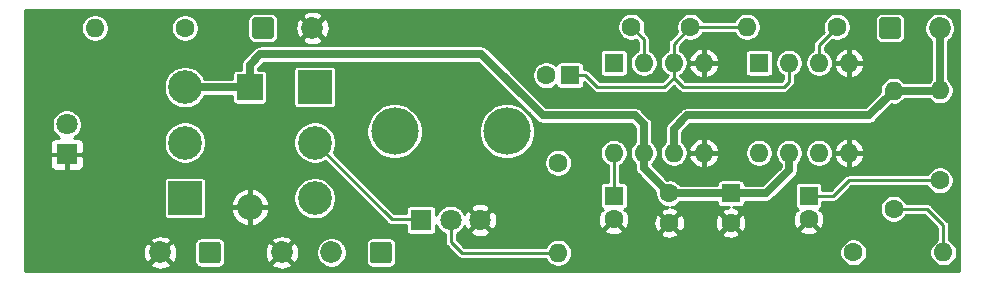
<source format=gbr>
%TF.GenerationSoftware,KiCad,Pcbnew,(5.1.9)-1*%
%TF.CreationDate,2021-04-25T13:20:26-07:00*%
%TF.ProjectId,LM380_BridgeAmp,4c4d3338-305f-4427-9269-646765416d70,v01*%
%TF.SameCoordinates,Original*%
%TF.FileFunction,Copper,L1,Top*%
%TF.FilePolarity,Positive*%
%FSLAX46Y46*%
G04 Gerber Fmt 4.6, Leading zero omitted, Abs format (unit mm)*
G04 Created by KiCad (PCBNEW (5.1.9)-1) date 2021-04-25 13:20:26*
%MOMM*%
%LPD*%
G01*
G04 APERTURE LIST*
%TA.AperFunction,ComponentPad*%
%ADD10C,1.850000*%
%TD*%
%TA.AperFunction,ComponentPad*%
%ADD11O,2.200000X2.200000*%
%TD*%
%TA.AperFunction,ComponentPad*%
%ADD12R,2.200000X2.200000*%
%TD*%
%TA.AperFunction,ComponentPad*%
%ADD13R,1.600000X1.600000*%
%TD*%
%TA.AperFunction,ComponentPad*%
%ADD14C,1.600000*%
%TD*%
%TA.AperFunction,ComponentPad*%
%ADD15O,1.600000X1.600000*%
%TD*%
%TA.AperFunction,ComponentPad*%
%ADD16R,1.800000X1.800000*%
%TD*%
%TA.AperFunction,ComponentPad*%
%ADD17C,1.800000*%
%TD*%
%TA.AperFunction,ComponentPad*%
%ADD18O,4.000000X4.000000*%
%TD*%
%TA.AperFunction,ComponentPad*%
%ADD19C,2.850000*%
%TD*%
%TA.AperFunction,ComponentPad*%
%ADD20R,2.850000X2.850000*%
%TD*%
%TA.AperFunction,Conductor*%
%ADD21C,0.680000*%
%TD*%
%TA.AperFunction,Conductor*%
%ADD22C,0.250000*%
%TD*%
%TA.AperFunction,Conductor*%
%ADD23C,0.254000*%
%TD*%
%TA.AperFunction,Conductor*%
%ADD24C,0.150000*%
%TD*%
G04 APERTURE END LIST*
D10*
%TO.P,J1,2*%
%TO.N,GND*%
X124800000Y-62000000D03*
%TO.P,J1,1*%
%TO.N,Net-(J1-Pad1)*%
%TA.AperFunction,ComponentPad*%
G36*
G01*
X119675000Y-62675001D02*
X119675000Y-61324999D01*
G75*
G02*
X119924999Y-61075000I249999J0D01*
G01*
X121275001Y-61075000D01*
G75*
G02*
X121525000Y-61324999I0J-249999D01*
G01*
X121525000Y-62675001D01*
G75*
G02*
X121275001Y-62925000I-249999J0D01*
G01*
X119924999Y-62925000D01*
G75*
G02*
X119675000Y-62675001I0J249999D01*
G01*
G37*
%TD.AperFunction*%
%TD*%
D11*
%TO.P,D1,2*%
%TO.N,GND*%
X119500000Y-77160000D03*
D12*
%TO.P,D1,1*%
%TO.N,+15V*%
X119500000Y-67000000D03*
%TD*%
D13*
%TO.P,C1,1*%
%TO.N,+15V*%
X160200000Y-76000000D03*
D14*
%TO.P,C1,2*%
%TO.N,GND*%
X160200000Y-78500000D03*
%TD*%
%TO.P,C2,1*%
%TO.N,+15V*%
X155000000Y-76000000D03*
%TO.P,C2,2*%
%TO.N,GND*%
X155000000Y-78500000D03*
%TD*%
%TO.P,C3,2*%
%TO.N,Net-(C3-Pad2)*%
X144600000Y-66000000D03*
D13*
%TO.P,C3,1*%
%TO.N,Net-(C3-Pad1)*%
X146600000Y-66000000D03*
%TD*%
D14*
%TO.P,C4,1*%
%TO.N,Net-(C4-Pad1)*%
X151800000Y-61900000D03*
%TO.P,C4,2*%
%TO.N,Net-(C3-Pad1)*%
X156800000Y-61900000D03*
%TD*%
D13*
%TO.P,C5,1*%
%TO.N,Net-(C5-Pad1)*%
X166800000Y-76200000D03*
D14*
%TO.P,C5,2*%
%TO.N,GND*%
X166800000Y-78200000D03*
%TD*%
D13*
%TO.P,C6,1*%
%TO.N,Net-(C6-Pad1)*%
X150300000Y-76200000D03*
D14*
%TO.P,C6,2*%
%TO.N,GND*%
X150300000Y-78200000D03*
%TD*%
%TO.P,C7,1*%
%TO.N,Net-(C7-Pad1)*%
X174000000Y-77300000D03*
D15*
%TO.P,C7,2*%
%TO.N,Net-(C7-Pad2)*%
X174000000Y-67300000D03*
%TD*%
D16*
%TO.P,D2,1*%
%TO.N,GND*%
X104000000Y-72700000D03*
D17*
%TO.P,D2,2*%
%TO.N,Net-(D2-Pad2)*%
X104000000Y-70160000D03*
%TD*%
%TO.P,LS1,1*%
%TO.N,Net-(LS1-Pad1)*%
%TA.AperFunction,ComponentPad*%
G36*
G01*
X172775000Y-62675001D02*
X172775000Y-61324999D01*
G75*
G02*
X173024999Y-61075000I249999J0D01*
G01*
X174375001Y-61075000D01*
G75*
G02*
X174625000Y-61324999I0J-249999D01*
G01*
X174625000Y-62675001D01*
G75*
G02*
X174375001Y-62925000I-249999J0D01*
G01*
X173024999Y-62925000D01*
G75*
G02*
X172775000Y-62675001I0J249999D01*
G01*
G37*
%TD.AperFunction*%
D10*
%TO.P,LS1,2*%
%TO.N,Net-(C7-Pad2)*%
X177900000Y-62000000D03*
%TD*%
D15*
%TO.P,R1,2*%
%TO.N,Net-(D2-Pad2)*%
X106380000Y-62000000D03*
D14*
%TO.P,R1,1*%
%TO.N,+15V*%
X114000000Y-62000000D03*
%TD*%
%TO.P,R2,1*%
%TO.N,Net-(C3-Pad2)*%
X145600000Y-73400000D03*
D15*
%TO.P,R2,2*%
%TO.N,Net-(R2-Pad2)*%
X145600000Y-81020000D03*
%TD*%
D14*
%TO.P,R3,1*%
%TO.N,Net-(C4-Pad1)*%
X169200000Y-61900000D03*
D15*
%TO.P,R3,2*%
%TO.N,Net-(C3-Pad1)*%
X161580000Y-61900000D03*
%TD*%
%TO.P,R4,2*%
%TO.N,Net-(C7-Pad2)*%
X177900000Y-67280000D03*
D14*
%TO.P,R4,1*%
%TO.N,Net-(C5-Pad1)*%
X177900000Y-74900000D03*
%TD*%
%TO.P,R5,1*%
%TO.N,Net-(LS1-Pad1)*%
X170600000Y-81000000D03*
D15*
%TO.P,R5,2*%
%TO.N,Net-(C7-Pad1)*%
X178220000Y-81000000D03*
%TD*%
D18*
%TO.P,RV1,*%
%TO.N,*%
X141250000Y-70750000D03*
X131750000Y-70750000D03*
D17*
%TO.P,RV1,3*%
%TO.N,GND*%
X139000000Y-78250000D03*
%TO.P,RV1,2*%
%TO.N,Net-(R2-Pad2)*%
X136500000Y-78250000D03*
D16*
%TO.P,RV1,1*%
%TO.N,/IN*%
X134000000Y-78250000D03*
%TD*%
D19*
%TO.P,SW1,3*%
%TO.N,+15V*%
X114000000Y-67000000D03*
%TO.P,SW1,2*%
%TO.N,Net-(J1-Pad1)*%
X114000000Y-71700000D03*
D20*
%TO.P,SW1,1*%
%TO.N,Net-(SW1-Pad1)*%
X114000000Y-76400000D03*
%TD*%
%TO.P,SW2,1*%
%TO.N,Net-(J3-Pad1)*%
X125000000Y-67000000D03*
D19*
%TO.P,SW2,2*%
%TO.N,/IN*%
X125000000Y-71700000D03*
%TO.P,SW2,3*%
%TO.N,Net-(J2-Pad1)*%
X125000000Y-76400000D03*
%TD*%
D13*
%TO.P,U1,1*%
%TO.N,Net-(U1-Pad1)*%
X162610000Y-64950000D03*
D15*
%TO.P,U1,5*%
%TO.N,GND*%
X170230000Y-72570000D03*
%TO.P,U1,2*%
%TO.N,Net-(C3-Pad1)*%
X165150000Y-64950000D03*
%TO.P,U1,6*%
%TO.N,Net-(LS1-Pad1)*%
X167690000Y-72570000D03*
%TO.P,U1,3*%
%TO.N,Net-(C4-Pad1)*%
X167690000Y-64950000D03*
%TO.P,U1,7*%
%TO.N,+15V*%
X165150000Y-72570000D03*
%TO.P,U1,4*%
%TO.N,GND*%
X170230000Y-64950000D03*
%TO.P,U1,8*%
%TO.N,Net-(C5-Pad1)*%
X162610000Y-72570000D03*
%TD*%
%TO.P,U2,8*%
%TO.N,Net-(C6-Pad1)*%
X150300000Y-72570000D03*
%TO.P,U2,4*%
%TO.N,GND*%
X157920000Y-64950000D03*
%TO.P,U2,7*%
%TO.N,+15V*%
X152840000Y-72570000D03*
%TO.P,U2,3*%
%TO.N,Net-(C3-Pad1)*%
X155380000Y-64950000D03*
%TO.P,U2,6*%
%TO.N,Net-(C7-Pad2)*%
X155380000Y-72570000D03*
%TO.P,U2,2*%
%TO.N,Net-(C4-Pad1)*%
X152840000Y-64950000D03*
%TO.P,U2,5*%
%TO.N,GND*%
X157920000Y-72570000D03*
D13*
%TO.P,U2,1*%
%TO.N,Net-(U2-Pad1)*%
X150300000Y-64950000D03*
%TD*%
%TO.P,J2,1*%
%TO.N,Net-(J2-Pad1)*%
%TA.AperFunction,ComponentPad*%
G36*
G01*
X117025000Y-80324999D02*
X117025000Y-81675001D01*
G75*
G02*
X116775001Y-81925000I-249999J0D01*
G01*
X115424999Y-81925000D01*
G75*
G02*
X115175000Y-81675001I0J249999D01*
G01*
X115175000Y-80324999D01*
G75*
G02*
X115424999Y-80075000I249999J0D01*
G01*
X116775001Y-80075000D01*
G75*
G02*
X117025000Y-80324999I0J-249999D01*
G01*
G37*
%TD.AperFunction*%
D10*
%TO.P,J2,2*%
%TO.N,GND*%
X111900000Y-81000000D03*
%TD*%
%TO.P,J3,1*%
%TO.N,Net-(J3-Pad1)*%
%TA.AperFunction,ComponentPad*%
G36*
G01*
X131525000Y-80324999D02*
X131525000Y-81675001D01*
G75*
G02*
X131275001Y-81925000I-249999J0D01*
G01*
X129924999Y-81925000D01*
G75*
G02*
X129675000Y-81675001I0J249999D01*
G01*
X129675000Y-80324999D01*
G75*
G02*
X129924999Y-80075000I249999J0D01*
G01*
X131275001Y-80075000D01*
G75*
G02*
X131525000Y-80324999I0J-249999D01*
G01*
G37*
%TD.AperFunction*%
%TO.P,J3,2*%
X126400000Y-81000000D03*
%TO.P,J3,3*%
%TO.N,GND*%
X122200000Y-81000000D03*
%TD*%
D21*
%TO.N,+15V*%
X114000000Y-67000000D02*
X119500000Y-67000000D01*
X152840000Y-73840000D02*
X155000000Y-76000000D01*
X152840000Y-72570000D02*
X152840000Y-73840000D01*
X155000000Y-76000000D02*
X160200000Y-76000000D01*
X160200000Y-76000000D02*
X163200000Y-76000000D01*
X165150000Y-74050000D02*
X165150000Y-72570000D01*
X163200000Y-76000000D02*
X165150000Y-74050000D01*
X152100000Y-69400000D02*
X152840000Y-70140000D01*
X144300000Y-69400000D02*
X152100000Y-69400000D01*
X139100000Y-64200000D02*
X144300000Y-69400000D01*
X152840000Y-70140000D02*
X152840000Y-72570000D01*
X120400000Y-64200000D02*
X139100000Y-64200000D01*
X119500000Y-65100000D02*
X120400000Y-64200000D01*
X119500000Y-67000000D02*
X119500000Y-65100000D01*
D22*
%TO.N,Net-(C3-Pad1)*%
X155380000Y-63320000D02*
X156800000Y-61900000D01*
X155380000Y-64950000D02*
X155380000Y-63320000D01*
X156800000Y-61900000D02*
X161580000Y-61900000D01*
X165150000Y-65550000D02*
X165150000Y-64950000D01*
X147900000Y-66000000D02*
X148900000Y-67000000D01*
X146600000Y-66000000D02*
X147900000Y-66000000D01*
X154600000Y-67000000D02*
X155380000Y-66220000D01*
X148900000Y-67000000D02*
X154600000Y-67000000D01*
X155380000Y-64950000D02*
X155380000Y-66220000D01*
X156160000Y-67000000D02*
X155380000Y-66220000D01*
X164700000Y-67000000D02*
X156160000Y-67000000D01*
X165150000Y-66550000D02*
X164700000Y-67000000D01*
X165150000Y-64950000D02*
X165150000Y-66550000D01*
%TO.N,Net-(C4-Pad1)*%
X152840000Y-62940000D02*
X151800000Y-61900000D01*
X152840000Y-64950000D02*
X152840000Y-62940000D01*
X167690000Y-63410000D02*
X169200000Y-61900000D01*
X167690000Y-64950000D02*
X167690000Y-63410000D01*
%TO.N,Net-(C5-Pad1)*%
X166800000Y-76200000D02*
X168900000Y-76200000D01*
X170200000Y-74900000D02*
X177900000Y-74900000D01*
X168900000Y-76200000D02*
X170200000Y-74900000D01*
%TO.N,Net-(C6-Pad1)*%
X150300000Y-72570000D02*
X150300000Y-76200000D01*
%TO.N,Net-(C7-Pad1)*%
X174000000Y-77300000D02*
X176800000Y-77300000D01*
X178220000Y-78720000D02*
X178200000Y-78700000D01*
X178220000Y-81000000D02*
X178220000Y-78720000D01*
X176800000Y-77300000D02*
X178200000Y-78700000D01*
D21*
%TO.N,Net-(C7-Pad2)*%
X155380000Y-72570000D02*
X155380000Y-70520000D01*
X155380000Y-70520000D02*
X156500000Y-69400000D01*
X171900000Y-69400000D02*
X174000000Y-67300000D01*
X156500000Y-69400000D02*
X171900000Y-69400000D01*
X177880000Y-67300000D02*
X177900000Y-67280000D01*
X174000000Y-67300000D02*
X177880000Y-67300000D01*
X177900000Y-67280000D02*
X177900000Y-62000000D01*
%TO.N,Net-(R2-Pad2)*%
X145580000Y-81000000D02*
X145600000Y-81020000D01*
D22*
X136500000Y-78250000D02*
X136500000Y-80100000D01*
X137420000Y-81020000D02*
X145600000Y-81020000D01*
X136500000Y-80100000D02*
X137420000Y-81020000D01*
%TO.N,/IN*%
X125000000Y-71700000D02*
X131500000Y-78200000D01*
X133950000Y-78200000D02*
X134000000Y-78250000D01*
X131500000Y-78200000D02*
X133950000Y-78200000D01*
%TD*%
D23*
%TO.N,GND*%
X179544000Y-82544000D02*
X100456000Y-82544000D01*
X100456000Y-81988724D01*
X111014514Y-81988724D01*
X111102538Y-82221807D01*
X111356224Y-82353907D01*
X111630807Y-82433978D01*
X111915734Y-82458942D01*
X112200057Y-82427839D01*
X112472849Y-82341865D01*
X112697462Y-82221807D01*
X112785486Y-81988724D01*
X111900000Y-81103238D01*
X111014514Y-81988724D01*
X100456000Y-81988724D01*
X100456000Y-81015734D01*
X110441058Y-81015734D01*
X110472161Y-81300057D01*
X110558135Y-81572849D01*
X110678193Y-81797462D01*
X110911276Y-81885486D01*
X111796762Y-81000000D01*
X112003238Y-81000000D01*
X112888724Y-81885486D01*
X113121807Y-81797462D01*
X113253907Y-81543776D01*
X113333978Y-81269193D01*
X113358942Y-80984266D01*
X113327839Y-80699943D01*
X113241865Y-80427151D01*
X113187264Y-80324999D01*
X114792157Y-80324999D01*
X114792157Y-81675001D01*
X114804317Y-81798462D01*
X114840329Y-81917179D01*
X114898810Y-82026589D01*
X114977512Y-82122488D01*
X115073411Y-82201190D01*
X115182821Y-82259671D01*
X115301538Y-82295683D01*
X115424999Y-82307843D01*
X116775001Y-82307843D01*
X116898462Y-82295683D01*
X117017179Y-82259671D01*
X117126589Y-82201190D01*
X117222488Y-82122488D01*
X117301190Y-82026589D01*
X117321429Y-81988724D01*
X121314514Y-81988724D01*
X121402538Y-82221807D01*
X121656224Y-82353907D01*
X121930807Y-82433978D01*
X122215734Y-82458942D01*
X122500057Y-82427839D01*
X122772849Y-82341865D01*
X122997462Y-82221807D01*
X123085486Y-81988724D01*
X122200000Y-81103238D01*
X121314514Y-81988724D01*
X117321429Y-81988724D01*
X117359671Y-81917179D01*
X117395683Y-81798462D01*
X117407843Y-81675001D01*
X117407843Y-81015734D01*
X120741058Y-81015734D01*
X120772161Y-81300057D01*
X120858135Y-81572849D01*
X120978193Y-81797462D01*
X121211276Y-81885486D01*
X122096762Y-81000000D01*
X122303238Y-81000000D01*
X123188724Y-81885486D01*
X123421807Y-81797462D01*
X123553907Y-81543776D01*
X123633978Y-81269193D01*
X123658942Y-80984266D01*
X123646592Y-80871370D01*
X125094000Y-80871370D01*
X125094000Y-81128630D01*
X125144189Y-81380946D01*
X125242638Y-81618623D01*
X125385564Y-81832526D01*
X125567474Y-82014436D01*
X125781377Y-82157362D01*
X126019054Y-82255811D01*
X126271370Y-82306000D01*
X126528630Y-82306000D01*
X126780946Y-82255811D01*
X127018623Y-82157362D01*
X127232526Y-82014436D01*
X127414436Y-81832526D01*
X127557362Y-81618623D01*
X127655811Y-81380946D01*
X127706000Y-81128630D01*
X127706000Y-80871370D01*
X127655811Y-80619054D01*
X127557362Y-80381377D01*
X127519692Y-80324999D01*
X129292157Y-80324999D01*
X129292157Y-81675001D01*
X129304317Y-81798462D01*
X129340329Y-81917179D01*
X129398810Y-82026589D01*
X129477512Y-82122488D01*
X129573411Y-82201190D01*
X129682821Y-82259671D01*
X129801538Y-82295683D01*
X129924999Y-82307843D01*
X131275001Y-82307843D01*
X131398462Y-82295683D01*
X131517179Y-82259671D01*
X131626589Y-82201190D01*
X131722488Y-82122488D01*
X131801190Y-82026589D01*
X131859671Y-81917179D01*
X131895683Y-81798462D01*
X131907843Y-81675001D01*
X131907843Y-80324999D01*
X131895683Y-80201538D01*
X131859671Y-80082821D01*
X131801190Y-79973411D01*
X131722488Y-79877512D01*
X131626589Y-79798810D01*
X131517179Y-79740329D01*
X131398462Y-79704317D01*
X131275001Y-79692157D01*
X129924999Y-79692157D01*
X129801538Y-79704317D01*
X129682821Y-79740329D01*
X129573411Y-79798810D01*
X129477512Y-79877512D01*
X129398810Y-79973411D01*
X129340329Y-80082821D01*
X129304317Y-80201538D01*
X129292157Y-80324999D01*
X127519692Y-80324999D01*
X127414436Y-80167474D01*
X127232526Y-79985564D01*
X127018623Y-79842638D01*
X126780946Y-79744189D01*
X126528630Y-79694000D01*
X126271370Y-79694000D01*
X126019054Y-79744189D01*
X125781377Y-79842638D01*
X125567474Y-79985564D01*
X125385564Y-80167474D01*
X125242638Y-80381377D01*
X125144189Y-80619054D01*
X125094000Y-80871370D01*
X123646592Y-80871370D01*
X123627839Y-80699943D01*
X123541865Y-80427151D01*
X123421807Y-80202538D01*
X123188724Y-80114514D01*
X122303238Y-81000000D01*
X122096762Y-81000000D01*
X121211276Y-80114514D01*
X120978193Y-80202538D01*
X120846093Y-80456224D01*
X120766022Y-80730807D01*
X120741058Y-81015734D01*
X117407843Y-81015734D01*
X117407843Y-80324999D01*
X117395683Y-80201538D01*
X117359671Y-80082821D01*
X117321430Y-80011276D01*
X121314514Y-80011276D01*
X122200000Y-80896762D01*
X123085486Y-80011276D01*
X122997462Y-79778193D01*
X122743776Y-79646093D01*
X122469193Y-79566022D01*
X122184266Y-79541058D01*
X121899943Y-79572161D01*
X121627151Y-79658135D01*
X121402538Y-79778193D01*
X121314514Y-80011276D01*
X117321430Y-80011276D01*
X117301190Y-79973411D01*
X117222488Y-79877512D01*
X117126589Y-79798810D01*
X117017179Y-79740329D01*
X116898462Y-79704317D01*
X116775001Y-79692157D01*
X115424999Y-79692157D01*
X115301538Y-79704317D01*
X115182821Y-79740329D01*
X115073411Y-79798810D01*
X114977512Y-79877512D01*
X114898810Y-79973411D01*
X114840329Y-80082821D01*
X114804317Y-80201538D01*
X114792157Y-80324999D01*
X113187264Y-80324999D01*
X113121807Y-80202538D01*
X112888724Y-80114514D01*
X112003238Y-81000000D01*
X111796762Y-81000000D01*
X110911276Y-80114514D01*
X110678193Y-80202538D01*
X110546093Y-80456224D01*
X110466022Y-80730807D01*
X110441058Y-81015734D01*
X100456000Y-81015734D01*
X100456000Y-80011276D01*
X111014514Y-80011276D01*
X111900000Y-80896762D01*
X112785486Y-80011276D01*
X112697462Y-79778193D01*
X112443776Y-79646093D01*
X112169193Y-79566022D01*
X111884266Y-79541058D01*
X111599943Y-79572161D01*
X111327151Y-79658135D01*
X111102538Y-79778193D01*
X111014514Y-80011276D01*
X100456000Y-80011276D01*
X100456000Y-74975000D01*
X112192157Y-74975000D01*
X112192157Y-77825000D01*
X112199513Y-77899689D01*
X112221299Y-77971508D01*
X112256678Y-78037696D01*
X112304289Y-78095711D01*
X112362304Y-78143322D01*
X112428492Y-78178701D01*
X112500311Y-78200487D01*
X112575000Y-78207843D01*
X115425000Y-78207843D01*
X115499689Y-78200487D01*
X115571508Y-78178701D01*
X115637696Y-78143322D01*
X115695711Y-78095711D01*
X115743322Y-78037696D01*
X115778701Y-77971508D01*
X115800487Y-77899689D01*
X115807843Y-77825000D01*
X115807843Y-77486364D01*
X117906067Y-77486364D01*
X118000364Y-77791054D01*
X118152292Y-78071493D01*
X118356011Y-78316904D01*
X118603693Y-78517856D01*
X118885820Y-78666626D01*
X119173636Y-78753930D01*
X119427000Y-78653467D01*
X119427000Y-77233000D01*
X119573000Y-77233000D01*
X119573000Y-78653467D01*
X119826364Y-78753930D01*
X120114180Y-78666626D01*
X120396307Y-78517856D01*
X120643989Y-78316904D01*
X120847708Y-78071493D01*
X120999636Y-77791054D01*
X121093933Y-77486364D01*
X120993614Y-77233000D01*
X119573000Y-77233000D01*
X119427000Y-77233000D01*
X118006386Y-77233000D01*
X117906067Y-77486364D01*
X115807843Y-77486364D01*
X115807843Y-76833636D01*
X117906067Y-76833636D01*
X118006386Y-77087000D01*
X119427000Y-77087000D01*
X119427000Y-75666533D01*
X119573000Y-75666533D01*
X119573000Y-77087000D01*
X120993614Y-77087000D01*
X121093933Y-76833636D01*
X120999636Y-76528946D01*
X120847708Y-76248507D01*
X120825808Y-76222125D01*
X123194000Y-76222125D01*
X123194000Y-76577875D01*
X123263404Y-76926791D01*
X123399544Y-77255462D01*
X123597189Y-77551258D01*
X123848742Y-77802811D01*
X124144538Y-78000456D01*
X124473209Y-78136596D01*
X124822125Y-78206000D01*
X125177875Y-78206000D01*
X125526791Y-78136596D01*
X125855462Y-78000456D01*
X126151258Y-77802811D01*
X126402811Y-77551258D01*
X126600456Y-77255462D01*
X126736596Y-76926791D01*
X126806000Y-76577875D01*
X126806000Y-76222125D01*
X126736596Y-75873209D01*
X126600456Y-75544538D01*
X126402811Y-75248742D01*
X126151258Y-74997189D01*
X125855462Y-74799544D01*
X125526791Y-74663404D01*
X125177875Y-74594000D01*
X124822125Y-74594000D01*
X124473209Y-74663404D01*
X124144538Y-74799544D01*
X123848742Y-74997189D01*
X123597189Y-75248742D01*
X123399544Y-75544538D01*
X123263404Y-75873209D01*
X123194000Y-76222125D01*
X120825808Y-76222125D01*
X120643989Y-76003096D01*
X120396307Y-75802144D01*
X120114180Y-75653374D01*
X119826364Y-75566070D01*
X119573000Y-75666533D01*
X119427000Y-75666533D01*
X119173636Y-75566070D01*
X118885820Y-75653374D01*
X118603693Y-75802144D01*
X118356011Y-76003096D01*
X118152292Y-76248507D01*
X118000364Y-76528946D01*
X117906067Y-76833636D01*
X115807843Y-76833636D01*
X115807843Y-74975000D01*
X115800487Y-74900311D01*
X115778701Y-74828492D01*
X115743322Y-74762304D01*
X115695711Y-74704289D01*
X115637696Y-74656678D01*
X115571508Y-74621299D01*
X115499689Y-74599513D01*
X115425000Y-74592157D01*
X112575000Y-74592157D01*
X112500311Y-74599513D01*
X112428492Y-74621299D01*
X112362304Y-74656678D01*
X112304289Y-74704289D01*
X112256678Y-74762304D01*
X112221299Y-74828492D01*
X112199513Y-74900311D01*
X112192157Y-74975000D01*
X100456000Y-74975000D01*
X100456000Y-73600000D01*
X102570450Y-73600000D01*
X102580625Y-73703310D01*
X102610760Y-73802650D01*
X102659695Y-73894202D01*
X102725552Y-73974448D01*
X102805798Y-74040305D01*
X102897350Y-74089240D01*
X102996690Y-74119375D01*
X103100000Y-74129550D01*
X103795250Y-74127000D01*
X103927000Y-73995250D01*
X103927000Y-72773000D01*
X104073000Y-72773000D01*
X104073000Y-73995250D01*
X104204750Y-74127000D01*
X104900000Y-74129550D01*
X105003310Y-74119375D01*
X105102650Y-74089240D01*
X105194202Y-74040305D01*
X105274448Y-73974448D01*
X105340305Y-73894202D01*
X105389240Y-73802650D01*
X105419375Y-73703310D01*
X105429550Y-73600000D01*
X105427000Y-72904750D01*
X105295250Y-72773000D01*
X104073000Y-72773000D01*
X103927000Y-72773000D01*
X102704750Y-72773000D01*
X102573000Y-72904750D01*
X102570450Y-73600000D01*
X100456000Y-73600000D01*
X100456000Y-71800000D01*
X102570450Y-71800000D01*
X102573000Y-72495250D01*
X102704750Y-72627000D01*
X103927000Y-72627000D01*
X103927000Y-72607000D01*
X104073000Y-72607000D01*
X104073000Y-72627000D01*
X105295250Y-72627000D01*
X105427000Y-72495250D01*
X105429550Y-71800000D01*
X105419375Y-71696690D01*
X105389240Y-71597350D01*
X105349032Y-71522125D01*
X112194000Y-71522125D01*
X112194000Y-71877875D01*
X112263404Y-72226791D01*
X112399544Y-72555462D01*
X112597189Y-72851258D01*
X112848742Y-73102811D01*
X113144538Y-73300456D01*
X113473209Y-73436596D01*
X113822125Y-73506000D01*
X114177875Y-73506000D01*
X114526791Y-73436596D01*
X114855462Y-73300456D01*
X115151258Y-73102811D01*
X115402811Y-72851258D01*
X115600456Y-72555462D01*
X115736596Y-72226791D01*
X115806000Y-71877875D01*
X115806000Y-71522125D01*
X123194000Y-71522125D01*
X123194000Y-71877875D01*
X123263404Y-72226791D01*
X123399544Y-72555462D01*
X123597189Y-72851258D01*
X123848742Y-73102811D01*
X124144538Y-73300456D01*
X124473209Y-73436596D01*
X124822125Y-73506000D01*
X125177875Y-73506000D01*
X125526791Y-73436596D01*
X125855462Y-73300456D01*
X125873088Y-73288679D01*
X131124628Y-78540220D01*
X131140473Y-78559527D01*
X131217521Y-78622759D01*
X131299590Y-78666626D01*
X131305425Y-78669745D01*
X131400806Y-78698678D01*
X131410694Y-78699652D01*
X131475146Y-78706000D01*
X131475153Y-78706000D01*
X131499999Y-78708447D01*
X131524845Y-78706000D01*
X132717157Y-78706000D01*
X132717157Y-79150000D01*
X132724513Y-79224689D01*
X132746299Y-79296508D01*
X132781678Y-79362696D01*
X132829289Y-79420711D01*
X132887304Y-79468322D01*
X132953492Y-79503701D01*
X133025311Y-79525487D01*
X133100000Y-79532843D01*
X134900000Y-79532843D01*
X134974689Y-79525487D01*
X135046508Y-79503701D01*
X135112696Y-79468322D01*
X135170711Y-79420711D01*
X135218322Y-79362696D01*
X135253701Y-79296508D01*
X135275487Y-79224689D01*
X135282843Y-79150000D01*
X135282843Y-78658937D01*
X135364793Y-78856781D01*
X135504982Y-79066590D01*
X135683410Y-79245018D01*
X135893219Y-79385207D01*
X135994001Y-79426952D01*
X135994001Y-80075144D01*
X135991553Y-80100000D01*
X136001322Y-80199192D01*
X136030255Y-80294574D01*
X136030256Y-80294575D01*
X136077242Y-80382479D01*
X136140474Y-80459527D01*
X136159780Y-80475371D01*
X137044628Y-81360220D01*
X137060473Y-81379527D01*
X137137521Y-81442759D01*
X137225425Y-81489745D01*
X137298607Y-81511944D01*
X137320806Y-81518678D01*
X137330694Y-81519652D01*
X137395146Y-81526000D01*
X137395153Y-81526000D01*
X137419999Y-81528447D01*
X137444845Y-81526000D01*
X144531288Y-81526000D01*
X144553412Y-81579413D01*
X144682658Y-81772843D01*
X144847157Y-81937342D01*
X145040587Y-82066588D01*
X145255515Y-82155614D01*
X145483682Y-82201000D01*
X145716318Y-82201000D01*
X145944485Y-82155614D01*
X146159413Y-82066588D01*
X146352843Y-81937342D01*
X146517342Y-81772843D01*
X146646588Y-81579413D01*
X146735614Y-81364485D01*
X146781000Y-81136318D01*
X146781000Y-80903682D01*
X146777022Y-80883682D01*
X169419000Y-80883682D01*
X169419000Y-81116318D01*
X169464386Y-81344485D01*
X169553412Y-81559413D01*
X169682658Y-81752843D01*
X169847157Y-81917342D01*
X170040587Y-82046588D01*
X170255515Y-82135614D01*
X170483682Y-82181000D01*
X170716318Y-82181000D01*
X170944485Y-82135614D01*
X171159413Y-82046588D01*
X171352843Y-81917342D01*
X171517342Y-81752843D01*
X171646588Y-81559413D01*
X171735614Y-81344485D01*
X171781000Y-81116318D01*
X171781000Y-80883682D01*
X171735614Y-80655515D01*
X171646588Y-80440587D01*
X171517342Y-80247157D01*
X171352843Y-80082658D01*
X171159413Y-79953412D01*
X170944485Y-79864386D01*
X170716318Y-79819000D01*
X170483682Y-79819000D01*
X170255515Y-79864386D01*
X170040587Y-79953412D01*
X169847157Y-80082658D01*
X169682658Y-80247157D01*
X169553412Y-80440587D01*
X169464386Y-80655515D01*
X169419000Y-80883682D01*
X146777022Y-80883682D01*
X146735614Y-80675515D01*
X146646588Y-80460587D01*
X146517342Y-80267157D01*
X146352843Y-80102658D01*
X146159413Y-79973412D01*
X145944485Y-79884386D01*
X145716318Y-79839000D01*
X145483682Y-79839000D01*
X145255515Y-79884386D01*
X145040587Y-79973412D01*
X144847157Y-80102658D01*
X144682658Y-80267157D01*
X144553412Y-80460587D01*
X144531288Y-80514000D01*
X137629592Y-80514000D01*
X137006000Y-79890409D01*
X137006000Y-79426952D01*
X137106781Y-79385207D01*
X137316590Y-79245018D01*
X137340675Y-79220933D01*
X138132304Y-79220933D01*
X138217323Y-79451458D01*
X138466755Y-79581065D01*
X138736679Y-79659520D01*
X139016722Y-79683808D01*
X139296123Y-79652995D01*
X139564144Y-79568266D01*
X139782677Y-79451458D01*
X139867696Y-79220933D01*
X139000000Y-78353238D01*
X138132304Y-79220933D01*
X137340675Y-79220933D01*
X137495018Y-79066590D01*
X137635207Y-78856781D01*
X137669239Y-78774620D01*
X137681734Y-78814144D01*
X137798542Y-79032677D01*
X138029067Y-79117696D01*
X138896762Y-78250000D01*
X139103238Y-78250000D01*
X139970933Y-79117696D01*
X140019568Y-79099759D01*
X149503478Y-79099759D01*
X149576469Y-79320050D01*
X149808882Y-79439683D01*
X150060168Y-79511675D01*
X150320672Y-79533260D01*
X150580381Y-79503609D01*
X150829315Y-79423860D01*
X150874405Y-79399759D01*
X154203478Y-79399759D01*
X154276469Y-79620050D01*
X154508882Y-79739683D01*
X154760168Y-79811675D01*
X155020672Y-79833260D01*
X155280381Y-79803609D01*
X155529315Y-79723860D01*
X155723531Y-79620050D01*
X155796522Y-79399759D01*
X159403478Y-79399759D01*
X159476469Y-79620050D01*
X159708882Y-79739683D01*
X159960168Y-79811675D01*
X160220672Y-79833260D01*
X160480381Y-79803609D01*
X160729315Y-79723860D01*
X160923531Y-79620050D01*
X160996522Y-79399759D01*
X160200000Y-78603238D01*
X159403478Y-79399759D01*
X155796522Y-79399759D01*
X155000000Y-78603238D01*
X154203478Y-79399759D01*
X150874405Y-79399759D01*
X151023531Y-79320050D01*
X151096522Y-79099759D01*
X150300000Y-78303238D01*
X149503478Y-79099759D01*
X140019568Y-79099759D01*
X140201458Y-79032677D01*
X140331065Y-78783245D01*
X140409520Y-78513321D01*
X140433808Y-78233278D01*
X140432418Y-78220672D01*
X148966740Y-78220672D01*
X148996391Y-78480381D01*
X149076140Y-78729315D01*
X149179950Y-78923531D01*
X149400241Y-78996522D01*
X150196762Y-78200000D01*
X150182620Y-78185858D01*
X150285858Y-78082620D01*
X150300000Y-78096762D01*
X150314142Y-78082620D01*
X150417380Y-78185858D01*
X150403238Y-78200000D01*
X151199759Y-78996522D01*
X151420050Y-78923531D01*
X151539683Y-78691118D01*
X151588514Y-78520672D01*
X153666740Y-78520672D01*
X153696391Y-78780381D01*
X153776140Y-79029315D01*
X153879950Y-79223531D01*
X154100241Y-79296522D01*
X154896762Y-78500000D01*
X155103238Y-78500000D01*
X155899759Y-79296522D01*
X156120050Y-79223531D01*
X156239683Y-78991118D01*
X156311675Y-78739832D01*
X156329834Y-78520672D01*
X158866740Y-78520672D01*
X158896391Y-78780381D01*
X158976140Y-79029315D01*
X159079950Y-79223531D01*
X159300241Y-79296522D01*
X160096762Y-78500000D01*
X160303238Y-78500000D01*
X161099759Y-79296522D01*
X161320050Y-79223531D01*
X161383760Y-79099759D01*
X166003478Y-79099759D01*
X166076469Y-79320050D01*
X166308882Y-79439683D01*
X166560168Y-79511675D01*
X166820672Y-79533260D01*
X167080381Y-79503609D01*
X167329315Y-79423860D01*
X167523531Y-79320050D01*
X167596522Y-79099759D01*
X166800000Y-78303238D01*
X166003478Y-79099759D01*
X161383760Y-79099759D01*
X161439683Y-78991118D01*
X161511675Y-78739832D01*
X161533260Y-78479328D01*
X161503730Y-78220672D01*
X165466740Y-78220672D01*
X165496391Y-78480381D01*
X165576140Y-78729315D01*
X165679950Y-78923531D01*
X165900241Y-78996522D01*
X166696762Y-78200000D01*
X166682620Y-78185858D01*
X166785858Y-78082620D01*
X166800000Y-78096762D01*
X166814142Y-78082620D01*
X166917380Y-78185858D01*
X166903238Y-78200000D01*
X167699759Y-78996522D01*
X167920050Y-78923531D01*
X168039683Y-78691118D01*
X168111675Y-78439832D01*
X168133260Y-78179328D01*
X168103609Y-77919619D01*
X168023860Y-77670685D01*
X167920050Y-77476469D01*
X167699761Y-77403479D01*
X167753020Y-77350220D01*
X167812696Y-77318322D01*
X167870711Y-77270711D01*
X167918322Y-77212696D01*
X167933830Y-77183682D01*
X172819000Y-77183682D01*
X172819000Y-77416318D01*
X172864386Y-77644485D01*
X172953412Y-77859413D01*
X173082658Y-78052843D01*
X173247157Y-78217342D01*
X173440587Y-78346588D01*
X173655515Y-78435614D01*
X173883682Y-78481000D01*
X174116318Y-78481000D01*
X174344485Y-78435614D01*
X174559413Y-78346588D01*
X174752843Y-78217342D01*
X174917342Y-78052843D01*
X175046588Y-77859413D01*
X175068712Y-77806000D01*
X176590409Y-77806000D01*
X177714001Y-78929593D01*
X177714000Y-79931287D01*
X177660587Y-79953412D01*
X177467157Y-80082658D01*
X177302658Y-80247157D01*
X177173412Y-80440587D01*
X177084386Y-80655515D01*
X177039000Y-80883682D01*
X177039000Y-81116318D01*
X177084386Y-81344485D01*
X177173412Y-81559413D01*
X177302658Y-81752843D01*
X177467157Y-81917342D01*
X177660587Y-82046588D01*
X177875515Y-82135614D01*
X178103682Y-82181000D01*
X178336318Y-82181000D01*
X178564485Y-82135614D01*
X178779413Y-82046588D01*
X178972843Y-81917342D01*
X179137342Y-81752843D01*
X179266588Y-81559413D01*
X179355614Y-81344485D01*
X179401000Y-81116318D01*
X179401000Y-80883682D01*
X179355614Y-80655515D01*
X179266588Y-80440587D01*
X179137342Y-80247157D01*
X178972843Y-80082658D01*
X178779413Y-79953412D01*
X178726000Y-79931288D01*
X178726000Y-78744845D01*
X178728447Y-78719999D01*
X178726000Y-78695153D01*
X178726000Y-78695146D01*
X178718678Y-78620807D01*
X178689745Y-78525425D01*
X178642759Y-78437521D01*
X178579527Y-78360473D01*
X178560220Y-78344628D01*
X177175376Y-76959785D01*
X177159527Y-76940473D01*
X177082479Y-76877241D01*
X176994575Y-76830255D01*
X176899193Y-76801322D01*
X176824854Y-76794000D01*
X176824846Y-76794000D01*
X176800000Y-76791553D01*
X176775154Y-76794000D01*
X175068712Y-76794000D01*
X175046588Y-76740587D01*
X174917342Y-76547157D01*
X174752843Y-76382658D01*
X174559413Y-76253412D01*
X174344485Y-76164386D01*
X174116318Y-76119000D01*
X173883682Y-76119000D01*
X173655515Y-76164386D01*
X173440587Y-76253412D01*
X173247157Y-76382658D01*
X173082658Y-76547157D01*
X172953412Y-76740587D01*
X172864386Y-76955515D01*
X172819000Y-77183682D01*
X167933830Y-77183682D01*
X167953701Y-77146508D01*
X167975487Y-77074689D01*
X167982843Y-77000000D01*
X167982843Y-76706000D01*
X168875154Y-76706000D01*
X168900000Y-76708447D01*
X168924846Y-76706000D01*
X168924854Y-76706000D01*
X168999193Y-76698678D01*
X169094575Y-76669745D01*
X169182479Y-76622759D01*
X169259527Y-76559527D01*
X169275376Y-76540215D01*
X170409592Y-75406000D01*
X176831288Y-75406000D01*
X176853412Y-75459413D01*
X176982658Y-75652843D01*
X177147157Y-75817342D01*
X177340587Y-75946588D01*
X177555515Y-76035614D01*
X177783682Y-76081000D01*
X178016318Y-76081000D01*
X178244485Y-76035614D01*
X178459413Y-75946588D01*
X178652843Y-75817342D01*
X178817342Y-75652843D01*
X178946588Y-75459413D01*
X179035614Y-75244485D01*
X179081000Y-75016318D01*
X179081000Y-74783682D01*
X179035614Y-74555515D01*
X178946588Y-74340587D01*
X178817342Y-74147157D01*
X178652843Y-73982658D01*
X178459413Y-73853412D01*
X178244485Y-73764386D01*
X178016318Y-73719000D01*
X177783682Y-73719000D01*
X177555515Y-73764386D01*
X177340587Y-73853412D01*
X177147157Y-73982658D01*
X176982658Y-74147157D01*
X176853412Y-74340587D01*
X176831288Y-74394000D01*
X170224854Y-74394000D01*
X170200000Y-74391552D01*
X170175146Y-74394000D01*
X170100807Y-74401322D01*
X170005425Y-74430255D01*
X169917521Y-74477241D01*
X169840473Y-74540473D01*
X169824628Y-74559780D01*
X168690409Y-75694000D01*
X167982843Y-75694000D01*
X167982843Y-75400000D01*
X167975487Y-75325311D01*
X167953701Y-75253492D01*
X167918322Y-75187304D01*
X167870711Y-75129289D01*
X167812696Y-75081678D01*
X167746508Y-75046299D01*
X167674689Y-75024513D01*
X167600000Y-75017157D01*
X166000000Y-75017157D01*
X165925311Y-75024513D01*
X165853492Y-75046299D01*
X165787304Y-75081678D01*
X165729289Y-75129289D01*
X165681678Y-75187304D01*
X165646299Y-75253492D01*
X165624513Y-75325311D01*
X165617157Y-75400000D01*
X165617157Y-77000000D01*
X165624513Y-77074689D01*
X165646299Y-77146508D01*
X165681678Y-77212696D01*
X165729289Y-77270711D01*
X165787304Y-77318322D01*
X165846980Y-77350220D01*
X165900239Y-77403479D01*
X165679950Y-77476469D01*
X165560317Y-77708882D01*
X165488325Y-77960168D01*
X165466740Y-78220672D01*
X161503730Y-78220672D01*
X161503609Y-78219619D01*
X161423860Y-77970685D01*
X161320050Y-77776469D01*
X161099759Y-77703478D01*
X160303238Y-78500000D01*
X160096762Y-78500000D01*
X159300241Y-77703478D01*
X159079950Y-77776469D01*
X158960317Y-78008882D01*
X158888325Y-78260168D01*
X158866740Y-78520672D01*
X156329834Y-78520672D01*
X156333260Y-78479328D01*
X156303609Y-78219619D01*
X156223860Y-77970685D01*
X156120050Y-77776469D01*
X155899759Y-77703478D01*
X155103238Y-78500000D01*
X154896762Y-78500000D01*
X154100241Y-77703478D01*
X153879950Y-77776469D01*
X153760317Y-78008882D01*
X153688325Y-78260168D01*
X153666740Y-78520672D01*
X151588514Y-78520672D01*
X151611675Y-78439832D01*
X151633260Y-78179328D01*
X151603609Y-77919619D01*
X151523860Y-77670685D01*
X151420050Y-77476469D01*
X151199761Y-77403479D01*
X151253020Y-77350220D01*
X151312696Y-77318322D01*
X151370711Y-77270711D01*
X151418322Y-77212696D01*
X151453701Y-77146508D01*
X151475487Y-77074689D01*
X151482843Y-77000000D01*
X151482843Y-75400000D01*
X151475487Y-75325311D01*
X151453701Y-75253492D01*
X151418322Y-75187304D01*
X151370711Y-75129289D01*
X151312696Y-75081678D01*
X151246508Y-75046299D01*
X151174689Y-75024513D01*
X151100000Y-75017157D01*
X150806000Y-75017157D01*
X150806000Y-73638712D01*
X150859413Y-73616588D01*
X151052843Y-73487342D01*
X151217342Y-73322843D01*
X151346588Y-73129413D01*
X151435614Y-72914485D01*
X151481000Y-72686318D01*
X151481000Y-72453682D01*
X151435614Y-72225515D01*
X151346588Y-72010587D01*
X151217342Y-71817157D01*
X151052843Y-71652658D01*
X150859413Y-71523412D01*
X150644485Y-71434386D01*
X150416318Y-71389000D01*
X150183682Y-71389000D01*
X149955515Y-71434386D01*
X149740587Y-71523412D01*
X149547157Y-71652658D01*
X149382658Y-71817157D01*
X149253412Y-72010587D01*
X149164386Y-72225515D01*
X149119000Y-72453682D01*
X149119000Y-72686318D01*
X149164386Y-72914485D01*
X149253412Y-73129413D01*
X149382658Y-73322843D01*
X149547157Y-73487342D01*
X149740587Y-73616588D01*
X149794000Y-73638712D01*
X149794001Y-75017157D01*
X149500000Y-75017157D01*
X149425311Y-75024513D01*
X149353492Y-75046299D01*
X149287304Y-75081678D01*
X149229289Y-75129289D01*
X149181678Y-75187304D01*
X149146299Y-75253492D01*
X149124513Y-75325311D01*
X149117157Y-75400000D01*
X149117157Y-77000000D01*
X149124513Y-77074689D01*
X149146299Y-77146508D01*
X149181678Y-77212696D01*
X149229289Y-77270711D01*
X149287304Y-77318322D01*
X149346980Y-77350220D01*
X149400239Y-77403479D01*
X149179950Y-77476469D01*
X149060317Y-77708882D01*
X148988325Y-77960168D01*
X148966740Y-78220672D01*
X140432418Y-78220672D01*
X140402995Y-77953877D01*
X140318266Y-77685856D01*
X140201458Y-77467323D01*
X139970933Y-77382304D01*
X139103238Y-78250000D01*
X138896762Y-78250000D01*
X138029067Y-77382304D01*
X137798542Y-77467323D01*
X137668935Y-77716755D01*
X137667587Y-77721392D01*
X137635207Y-77643219D01*
X137495018Y-77433410D01*
X137340675Y-77279067D01*
X138132304Y-77279067D01*
X139000000Y-78146762D01*
X139867696Y-77279067D01*
X139782677Y-77048542D01*
X139533245Y-76918935D01*
X139263321Y-76840480D01*
X138983278Y-76816192D01*
X138703877Y-76847005D01*
X138435856Y-76931734D01*
X138217323Y-77048542D01*
X138132304Y-77279067D01*
X137340675Y-77279067D01*
X137316590Y-77254982D01*
X137106781Y-77114793D01*
X136873654Y-77018228D01*
X136626167Y-76969000D01*
X136373833Y-76969000D01*
X136126346Y-77018228D01*
X135893219Y-77114793D01*
X135683410Y-77254982D01*
X135504982Y-77433410D01*
X135364793Y-77643219D01*
X135282843Y-77841063D01*
X135282843Y-77350000D01*
X135275487Y-77275311D01*
X135253701Y-77203492D01*
X135218322Y-77137304D01*
X135170711Y-77079289D01*
X135112696Y-77031678D01*
X135046508Y-76996299D01*
X134974689Y-76974513D01*
X134900000Y-76967157D01*
X133100000Y-76967157D01*
X133025311Y-76974513D01*
X132953492Y-76996299D01*
X132887304Y-77031678D01*
X132829289Y-77079289D01*
X132781678Y-77137304D01*
X132746299Y-77203492D01*
X132724513Y-77275311D01*
X132717157Y-77350000D01*
X132717157Y-77694000D01*
X131709592Y-77694000D01*
X127299274Y-73283682D01*
X144419000Y-73283682D01*
X144419000Y-73516318D01*
X144464386Y-73744485D01*
X144553412Y-73959413D01*
X144682658Y-74152843D01*
X144847157Y-74317342D01*
X145040587Y-74446588D01*
X145255515Y-74535614D01*
X145483682Y-74581000D01*
X145716318Y-74581000D01*
X145944485Y-74535614D01*
X146159413Y-74446588D01*
X146352843Y-74317342D01*
X146517342Y-74152843D01*
X146646588Y-73959413D01*
X146735614Y-73744485D01*
X146781000Y-73516318D01*
X146781000Y-73283682D01*
X146735614Y-73055515D01*
X146646588Y-72840587D01*
X146517342Y-72647157D01*
X146352843Y-72482658D01*
X146159413Y-72353412D01*
X145944485Y-72264386D01*
X145716318Y-72219000D01*
X145483682Y-72219000D01*
X145255515Y-72264386D01*
X145040587Y-72353412D01*
X144847157Y-72482658D01*
X144682658Y-72647157D01*
X144553412Y-72840587D01*
X144464386Y-73055515D01*
X144419000Y-73283682D01*
X127299274Y-73283682D01*
X126588679Y-72573088D01*
X126600456Y-72555462D01*
X126736596Y-72226791D01*
X126806000Y-71877875D01*
X126806000Y-71522125D01*
X126736596Y-71173209D01*
X126600456Y-70844538D01*
X126402811Y-70548742D01*
X126369561Y-70515492D01*
X129369000Y-70515492D01*
X129369000Y-70984508D01*
X129460500Y-71444512D01*
X129639985Y-71877827D01*
X129900556Y-72267799D01*
X130232201Y-72599444D01*
X130622173Y-72860015D01*
X131055488Y-73039500D01*
X131515492Y-73131000D01*
X131984508Y-73131000D01*
X132444512Y-73039500D01*
X132877827Y-72860015D01*
X133267799Y-72599444D01*
X133599444Y-72267799D01*
X133860015Y-71877827D01*
X134039500Y-71444512D01*
X134131000Y-70984508D01*
X134131000Y-70515492D01*
X138869000Y-70515492D01*
X138869000Y-70984508D01*
X138960500Y-71444512D01*
X139139985Y-71877827D01*
X139400556Y-72267799D01*
X139732201Y-72599444D01*
X140122173Y-72860015D01*
X140555488Y-73039500D01*
X141015492Y-73131000D01*
X141484508Y-73131000D01*
X141944512Y-73039500D01*
X142377827Y-72860015D01*
X142767799Y-72599444D01*
X143099444Y-72267799D01*
X143360015Y-71877827D01*
X143539500Y-71444512D01*
X143631000Y-70984508D01*
X143631000Y-70515492D01*
X143539500Y-70055488D01*
X143360015Y-69622173D01*
X143099444Y-69232201D01*
X142767799Y-68900556D01*
X142377827Y-68639985D01*
X141944512Y-68460500D01*
X141484508Y-68369000D01*
X141015492Y-68369000D01*
X140555488Y-68460500D01*
X140122173Y-68639985D01*
X139732201Y-68900556D01*
X139400556Y-69232201D01*
X139139985Y-69622173D01*
X138960500Y-70055488D01*
X138869000Y-70515492D01*
X134131000Y-70515492D01*
X134039500Y-70055488D01*
X133860015Y-69622173D01*
X133599444Y-69232201D01*
X133267799Y-68900556D01*
X132877827Y-68639985D01*
X132444512Y-68460500D01*
X131984508Y-68369000D01*
X131515492Y-68369000D01*
X131055488Y-68460500D01*
X130622173Y-68639985D01*
X130232201Y-68900556D01*
X129900556Y-69232201D01*
X129639985Y-69622173D01*
X129460500Y-70055488D01*
X129369000Y-70515492D01*
X126369561Y-70515492D01*
X126151258Y-70297189D01*
X125855462Y-70099544D01*
X125526791Y-69963404D01*
X125177875Y-69894000D01*
X124822125Y-69894000D01*
X124473209Y-69963404D01*
X124144538Y-70099544D01*
X123848742Y-70297189D01*
X123597189Y-70548742D01*
X123399544Y-70844538D01*
X123263404Y-71173209D01*
X123194000Y-71522125D01*
X115806000Y-71522125D01*
X115736596Y-71173209D01*
X115600456Y-70844538D01*
X115402811Y-70548742D01*
X115151258Y-70297189D01*
X114855462Y-70099544D01*
X114526791Y-69963404D01*
X114177875Y-69894000D01*
X113822125Y-69894000D01*
X113473209Y-69963404D01*
X113144538Y-70099544D01*
X112848742Y-70297189D01*
X112597189Y-70548742D01*
X112399544Y-70844538D01*
X112263404Y-71173209D01*
X112194000Y-71522125D01*
X105349032Y-71522125D01*
X105340305Y-71505798D01*
X105274448Y-71425552D01*
X105194202Y-71359695D01*
X105102650Y-71310760D01*
X105003310Y-71280625D01*
X104900000Y-71270450D01*
X104642419Y-71271395D01*
X104816590Y-71155018D01*
X104995018Y-70976590D01*
X105135207Y-70766781D01*
X105231772Y-70533654D01*
X105281000Y-70286167D01*
X105281000Y-70033833D01*
X105231772Y-69786346D01*
X105135207Y-69553219D01*
X104995018Y-69343410D01*
X104816590Y-69164982D01*
X104606781Y-69024793D01*
X104373654Y-68928228D01*
X104126167Y-68879000D01*
X103873833Y-68879000D01*
X103626346Y-68928228D01*
X103393219Y-69024793D01*
X103183410Y-69164982D01*
X103004982Y-69343410D01*
X102864793Y-69553219D01*
X102768228Y-69786346D01*
X102719000Y-70033833D01*
X102719000Y-70286167D01*
X102768228Y-70533654D01*
X102864793Y-70766781D01*
X103004982Y-70976590D01*
X103183410Y-71155018D01*
X103357581Y-71271395D01*
X103100000Y-71270450D01*
X102996690Y-71280625D01*
X102897350Y-71310760D01*
X102805798Y-71359695D01*
X102725552Y-71425552D01*
X102659695Y-71505798D01*
X102610760Y-71597350D01*
X102580625Y-71696690D01*
X102570450Y-71800000D01*
X100456000Y-71800000D01*
X100456000Y-66822125D01*
X112194000Y-66822125D01*
X112194000Y-67177875D01*
X112263404Y-67526791D01*
X112399544Y-67855462D01*
X112597189Y-68151258D01*
X112848742Y-68402811D01*
X113144538Y-68600456D01*
X113473209Y-68736596D01*
X113822125Y-68806000D01*
X114177875Y-68806000D01*
X114526791Y-68736596D01*
X114855462Y-68600456D01*
X115151258Y-68402811D01*
X115402811Y-68151258D01*
X115600456Y-67855462D01*
X115656152Y-67721000D01*
X118017157Y-67721000D01*
X118017157Y-68100000D01*
X118024513Y-68174689D01*
X118046299Y-68246508D01*
X118081678Y-68312696D01*
X118129289Y-68370711D01*
X118187304Y-68418322D01*
X118253492Y-68453701D01*
X118325311Y-68475487D01*
X118400000Y-68482843D01*
X120600000Y-68482843D01*
X120674689Y-68475487D01*
X120746508Y-68453701D01*
X120812696Y-68418322D01*
X120870711Y-68370711D01*
X120918322Y-68312696D01*
X120953701Y-68246508D01*
X120975487Y-68174689D01*
X120982843Y-68100000D01*
X120982843Y-65900000D01*
X120975487Y-65825311D01*
X120953701Y-65753492D01*
X120918322Y-65687304D01*
X120870711Y-65629289D01*
X120812696Y-65581678D01*
X120800203Y-65575000D01*
X123192157Y-65575000D01*
X123192157Y-68425000D01*
X123199513Y-68499689D01*
X123221299Y-68571508D01*
X123256678Y-68637696D01*
X123304289Y-68695711D01*
X123362304Y-68743322D01*
X123428492Y-68778701D01*
X123500311Y-68800487D01*
X123575000Y-68807843D01*
X126425000Y-68807843D01*
X126499689Y-68800487D01*
X126571508Y-68778701D01*
X126637696Y-68743322D01*
X126695711Y-68695711D01*
X126743322Y-68637696D01*
X126778701Y-68571508D01*
X126800487Y-68499689D01*
X126807843Y-68425000D01*
X126807843Y-65575000D01*
X126800487Y-65500311D01*
X126778701Y-65428492D01*
X126743322Y-65362304D01*
X126695711Y-65304289D01*
X126637696Y-65256678D01*
X126571508Y-65221299D01*
X126499689Y-65199513D01*
X126425000Y-65192157D01*
X123575000Y-65192157D01*
X123500311Y-65199513D01*
X123428492Y-65221299D01*
X123362304Y-65256678D01*
X123304289Y-65304289D01*
X123256678Y-65362304D01*
X123221299Y-65428492D01*
X123199513Y-65500311D01*
X123192157Y-65575000D01*
X120800203Y-65575000D01*
X120746508Y-65546299D01*
X120674689Y-65524513D01*
X120600000Y-65517157D01*
X120221000Y-65517157D01*
X120221000Y-65398647D01*
X120698648Y-64921000D01*
X138801353Y-64921000D01*
X143765135Y-69884783D01*
X143787710Y-69912290D01*
X143897496Y-70002390D01*
X144022750Y-70069340D01*
X144158659Y-70110567D01*
X144264586Y-70121000D01*
X144264594Y-70121000D01*
X144300000Y-70124487D01*
X144335406Y-70121000D01*
X151801353Y-70121000D01*
X152119000Y-70438648D01*
X152119001Y-71631381D01*
X152087157Y-71652658D01*
X151922658Y-71817157D01*
X151793412Y-72010587D01*
X151704386Y-72225515D01*
X151659000Y-72453682D01*
X151659000Y-72686318D01*
X151704386Y-72914485D01*
X151793412Y-73129413D01*
X151922658Y-73322843D01*
X152087157Y-73487342D01*
X152119001Y-73508619D01*
X152119001Y-73804584D01*
X152115513Y-73840000D01*
X152129433Y-73981340D01*
X152170660Y-74117249D01*
X152189686Y-74152843D01*
X152237611Y-74242504D01*
X152278709Y-74292581D01*
X152305135Y-74324782D01*
X152305138Y-74324785D01*
X152327711Y-74352290D01*
X152355216Y-74374863D01*
X153826472Y-75846119D01*
X153819000Y-75883682D01*
X153819000Y-76116318D01*
X153864386Y-76344485D01*
X153953412Y-76559413D01*
X154082658Y-76752843D01*
X154247157Y-76917342D01*
X154440587Y-77046588D01*
X154655515Y-77135614D01*
X154873014Y-77178878D01*
X154719619Y-77196391D01*
X154470685Y-77276140D01*
X154276469Y-77379950D01*
X154203478Y-77600241D01*
X155000000Y-78396762D01*
X155796522Y-77600241D01*
X155723531Y-77379950D01*
X155491118Y-77260317D01*
X155239832Y-77188325D01*
X155126643Y-77178946D01*
X155344485Y-77135614D01*
X155559413Y-77046588D01*
X155752843Y-76917342D01*
X155917342Y-76752843D01*
X155938619Y-76721000D01*
X159017157Y-76721000D01*
X159017157Y-76800000D01*
X159024513Y-76874689D01*
X159046299Y-76946508D01*
X159081678Y-77012696D01*
X159129289Y-77070711D01*
X159187304Y-77118322D01*
X159253492Y-77153701D01*
X159325311Y-77175487D01*
X159400000Y-77182843D01*
X160038284Y-77182843D01*
X159919619Y-77196391D01*
X159670685Y-77276140D01*
X159476469Y-77379950D01*
X159403478Y-77600241D01*
X160200000Y-78396762D01*
X160996522Y-77600241D01*
X160923531Y-77379950D01*
X160691118Y-77260317D01*
X160439832Y-77188325D01*
X160373671Y-77182843D01*
X161000000Y-77182843D01*
X161074689Y-77175487D01*
X161146508Y-77153701D01*
X161212696Y-77118322D01*
X161270711Y-77070711D01*
X161318322Y-77012696D01*
X161353701Y-76946508D01*
X161375487Y-76874689D01*
X161382843Y-76800000D01*
X161382843Y-76721000D01*
X163164594Y-76721000D01*
X163200000Y-76724487D01*
X163235406Y-76721000D01*
X163235414Y-76721000D01*
X163341341Y-76710567D01*
X163477250Y-76669340D01*
X163602504Y-76602390D01*
X163712290Y-76512290D01*
X163734868Y-76484780D01*
X165634789Y-74584859D01*
X165662289Y-74562290D01*
X165684859Y-74534789D01*
X165684865Y-74534783D01*
X165720202Y-74491725D01*
X165752390Y-74452504D01*
X165819340Y-74327250D01*
X165860567Y-74191341D01*
X165871000Y-74085414D01*
X165871000Y-74085407D01*
X165874487Y-74050001D01*
X165871000Y-74014595D01*
X165871000Y-73508619D01*
X165902843Y-73487342D01*
X166067342Y-73322843D01*
X166196588Y-73129413D01*
X166285614Y-72914485D01*
X166331000Y-72686318D01*
X166331000Y-72453682D01*
X166509000Y-72453682D01*
X166509000Y-72686318D01*
X166554386Y-72914485D01*
X166643412Y-73129413D01*
X166772658Y-73322843D01*
X166937157Y-73487342D01*
X167130587Y-73616588D01*
X167345515Y-73705614D01*
X167573682Y-73751000D01*
X167806318Y-73751000D01*
X168034485Y-73705614D01*
X168249413Y-73616588D01*
X168442843Y-73487342D01*
X168607342Y-73322843D01*
X168736588Y-73129413D01*
X168825614Y-72914485D01*
X168838565Y-72849376D01*
X168932739Y-72849376D01*
X169012169Y-73097091D01*
X169138400Y-73324550D01*
X169306580Y-73523012D01*
X169510247Y-73684850D01*
X169741573Y-73803845D01*
X169950624Y-73867258D01*
X170157000Y-73763019D01*
X170157000Y-72643000D01*
X170303000Y-72643000D01*
X170303000Y-73763019D01*
X170509376Y-73867258D01*
X170718427Y-73803845D01*
X170949753Y-73684850D01*
X171153420Y-73523012D01*
X171321600Y-73324550D01*
X171447831Y-73097091D01*
X171527261Y-72849376D01*
X171423244Y-72643000D01*
X170303000Y-72643000D01*
X170157000Y-72643000D01*
X169036756Y-72643000D01*
X168932739Y-72849376D01*
X168838565Y-72849376D01*
X168871000Y-72686318D01*
X168871000Y-72453682D01*
X168838566Y-72290624D01*
X168932739Y-72290624D01*
X169036756Y-72497000D01*
X170157000Y-72497000D01*
X170157000Y-71376981D01*
X170303000Y-71376981D01*
X170303000Y-72497000D01*
X171423244Y-72497000D01*
X171527261Y-72290624D01*
X171447831Y-72042909D01*
X171321600Y-71815450D01*
X171153420Y-71616988D01*
X170949753Y-71455150D01*
X170718427Y-71336155D01*
X170509376Y-71272742D01*
X170303000Y-71376981D01*
X170157000Y-71376981D01*
X169950624Y-71272742D01*
X169741573Y-71336155D01*
X169510247Y-71455150D01*
X169306580Y-71616988D01*
X169138400Y-71815450D01*
X169012169Y-72042909D01*
X168932739Y-72290624D01*
X168838566Y-72290624D01*
X168825614Y-72225515D01*
X168736588Y-72010587D01*
X168607342Y-71817157D01*
X168442843Y-71652658D01*
X168249413Y-71523412D01*
X168034485Y-71434386D01*
X167806318Y-71389000D01*
X167573682Y-71389000D01*
X167345515Y-71434386D01*
X167130587Y-71523412D01*
X166937157Y-71652658D01*
X166772658Y-71817157D01*
X166643412Y-72010587D01*
X166554386Y-72225515D01*
X166509000Y-72453682D01*
X166331000Y-72453682D01*
X166285614Y-72225515D01*
X166196588Y-72010587D01*
X166067342Y-71817157D01*
X165902843Y-71652658D01*
X165709413Y-71523412D01*
X165494485Y-71434386D01*
X165266318Y-71389000D01*
X165033682Y-71389000D01*
X164805515Y-71434386D01*
X164590587Y-71523412D01*
X164397157Y-71652658D01*
X164232658Y-71817157D01*
X164103412Y-72010587D01*
X164014386Y-72225515D01*
X163969000Y-72453682D01*
X163969000Y-72686318D01*
X164014386Y-72914485D01*
X164103412Y-73129413D01*
X164232658Y-73322843D01*
X164397157Y-73487342D01*
X164429000Y-73508619D01*
X164429000Y-73751352D01*
X162901353Y-75279000D01*
X161382843Y-75279000D01*
X161382843Y-75200000D01*
X161375487Y-75125311D01*
X161353701Y-75053492D01*
X161318322Y-74987304D01*
X161270711Y-74929289D01*
X161212696Y-74881678D01*
X161146508Y-74846299D01*
X161074689Y-74824513D01*
X161000000Y-74817157D01*
X159400000Y-74817157D01*
X159325311Y-74824513D01*
X159253492Y-74846299D01*
X159187304Y-74881678D01*
X159129289Y-74929289D01*
X159081678Y-74987304D01*
X159046299Y-75053492D01*
X159024513Y-75125311D01*
X159017157Y-75200000D01*
X159017157Y-75279000D01*
X155938619Y-75279000D01*
X155917342Y-75247157D01*
X155752843Y-75082658D01*
X155559413Y-74953412D01*
X155344485Y-74864386D01*
X155116318Y-74819000D01*
X154883682Y-74819000D01*
X154846119Y-74826472D01*
X153561000Y-73541353D01*
X153561000Y-73508619D01*
X153592843Y-73487342D01*
X153757342Y-73322843D01*
X153886588Y-73129413D01*
X153975614Y-72914485D01*
X154021000Y-72686318D01*
X154021000Y-72453682D01*
X154199000Y-72453682D01*
X154199000Y-72686318D01*
X154244386Y-72914485D01*
X154333412Y-73129413D01*
X154462658Y-73322843D01*
X154627157Y-73487342D01*
X154820587Y-73616588D01*
X155035515Y-73705614D01*
X155263682Y-73751000D01*
X155496318Y-73751000D01*
X155724485Y-73705614D01*
X155939413Y-73616588D01*
X156132843Y-73487342D01*
X156297342Y-73322843D01*
X156426588Y-73129413D01*
X156515614Y-72914485D01*
X156528565Y-72849376D01*
X156622739Y-72849376D01*
X156702169Y-73097091D01*
X156828400Y-73324550D01*
X156996580Y-73523012D01*
X157200247Y-73684850D01*
X157431573Y-73803845D01*
X157640624Y-73867258D01*
X157847000Y-73763019D01*
X157847000Y-72643000D01*
X157993000Y-72643000D01*
X157993000Y-73763019D01*
X158199376Y-73867258D01*
X158408427Y-73803845D01*
X158639753Y-73684850D01*
X158843420Y-73523012D01*
X159011600Y-73324550D01*
X159137831Y-73097091D01*
X159217261Y-72849376D01*
X159113244Y-72643000D01*
X157993000Y-72643000D01*
X157847000Y-72643000D01*
X156726756Y-72643000D01*
X156622739Y-72849376D01*
X156528565Y-72849376D01*
X156561000Y-72686318D01*
X156561000Y-72453682D01*
X156528566Y-72290624D01*
X156622739Y-72290624D01*
X156726756Y-72497000D01*
X157847000Y-72497000D01*
X157847000Y-71376981D01*
X157993000Y-71376981D01*
X157993000Y-72497000D01*
X159113244Y-72497000D01*
X159135077Y-72453682D01*
X161429000Y-72453682D01*
X161429000Y-72686318D01*
X161474386Y-72914485D01*
X161563412Y-73129413D01*
X161692658Y-73322843D01*
X161857157Y-73487342D01*
X162050587Y-73616588D01*
X162265515Y-73705614D01*
X162493682Y-73751000D01*
X162726318Y-73751000D01*
X162954485Y-73705614D01*
X163169413Y-73616588D01*
X163362843Y-73487342D01*
X163527342Y-73322843D01*
X163656588Y-73129413D01*
X163745614Y-72914485D01*
X163791000Y-72686318D01*
X163791000Y-72453682D01*
X163745614Y-72225515D01*
X163656588Y-72010587D01*
X163527342Y-71817157D01*
X163362843Y-71652658D01*
X163169413Y-71523412D01*
X162954485Y-71434386D01*
X162726318Y-71389000D01*
X162493682Y-71389000D01*
X162265515Y-71434386D01*
X162050587Y-71523412D01*
X161857157Y-71652658D01*
X161692658Y-71817157D01*
X161563412Y-72010587D01*
X161474386Y-72225515D01*
X161429000Y-72453682D01*
X159135077Y-72453682D01*
X159217261Y-72290624D01*
X159137831Y-72042909D01*
X159011600Y-71815450D01*
X158843420Y-71616988D01*
X158639753Y-71455150D01*
X158408427Y-71336155D01*
X158199376Y-71272742D01*
X157993000Y-71376981D01*
X157847000Y-71376981D01*
X157640624Y-71272742D01*
X157431573Y-71336155D01*
X157200247Y-71455150D01*
X156996580Y-71616988D01*
X156828400Y-71815450D01*
X156702169Y-72042909D01*
X156622739Y-72290624D01*
X156528566Y-72290624D01*
X156515614Y-72225515D01*
X156426588Y-72010587D01*
X156297342Y-71817157D01*
X156132843Y-71652658D01*
X156101000Y-71631381D01*
X156101000Y-70818647D01*
X156798648Y-70121000D01*
X171864594Y-70121000D01*
X171900000Y-70124487D01*
X171935406Y-70121000D01*
X171935414Y-70121000D01*
X172041341Y-70110567D01*
X172177250Y-70069340D01*
X172302504Y-70002390D01*
X172412290Y-69912290D01*
X172434868Y-69884779D01*
X173846119Y-68473528D01*
X173883682Y-68481000D01*
X174116318Y-68481000D01*
X174344485Y-68435614D01*
X174559413Y-68346588D01*
X174752843Y-68217342D01*
X174917342Y-68052843D01*
X174938619Y-68021000D01*
X176974745Y-68021000D01*
X176982658Y-68032843D01*
X177147157Y-68197342D01*
X177340587Y-68326588D01*
X177555515Y-68415614D01*
X177783682Y-68461000D01*
X178016318Y-68461000D01*
X178244485Y-68415614D01*
X178459413Y-68326588D01*
X178652843Y-68197342D01*
X178817342Y-68032843D01*
X178946588Y-67839413D01*
X179035614Y-67624485D01*
X179081000Y-67396318D01*
X179081000Y-67163682D01*
X179035614Y-66935515D01*
X178946588Y-66720587D01*
X178817342Y-66527157D01*
X178652843Y-66362658D01*
X178621000Y-66341381D01*
X178621000Y-63088956D01*
X178732526Y-63014436D01*
X178914436Y-62832526D01*
X179057362Y-62618623D01*
X179155811Y-62380946D01*
X179206000Y-62128630D01*
X179206000Y-61871370D01*
X179155811Y-61619054D01*
X179057362Y-61381377D01*
X178914436Y-61167474D01*
X178732526Y-60985564D01*
X178518623Y-60842638D01*
X178280946Y-60744189D01*
X178028630Y-60694000D01*
X177771370Y-60694000D01*
X177519054Y-60744189D01*
X177281377Y-60842638D01*
X177067474Y-60985564D01*
X176885564Y-61167474D01*
X176742638Y-61381377D01*
X176644189Y-61619054D01*
X176594000Y-61871370D01*
X176594000Y-62128630D01*
X176644189Y-62380946D01*
X176742638Y-62618623D01*
X176885564Y-62832526D01*
X177067474Y-63014436D01*
X177179001Y-63088956D01*
X177179000Y-66341381D01*
X177147157Y-66362658D01*
X176982658Y-66527157D01*
X176948018Y-66579000D01*
X174938619Y-66579000D01*
X174917342Y-66547157D01*
X174752843Y-66382658D01*
X174559413Y-66253412D01*
X174344485Y-66164386D01*
X174116318Y-66119000D01*
X173883682Y-66119000D01*
X173655515Y-66164386D01*
X173440587Y-66253412D01*
X173247157Y-66382658D01*
X173082658Y-66547157D01*
X172953412Y-66740587D01*
X172864386Y-66955515D01*
X172819000Y-67183682D01*
X172819000Y-67416318D01*
X172826472Y-67453881D01*
X171601353Y-68679000D01*
X156535405Y-68679000D01*
X156499999Y-68675513D01*
X156464593Y-68679000D01*
X156464586Y-68679000D01*
X156358659Y-68689433D01*
X156222750Y-68730660D01*
X156097496Y-68797610D01*
X155987710Y-68887710D01*
X155965137Y-68915215D01*
X154895216Y-69985137D01*
X154867711Y-70007710D01*
X154845138Y-70035215D01*
X154845135Y-70035218D01*
X154828500Y-70055488D01*
X154777611Y-70117496D01*
X154765583Y-70139999D01*
X154710660Y-70242751D01*
X154669433Y-70378660D01*
X154655513Y-70520000D01*
X154659001Y-70555416D01*
X154659000Y-71631381D01*
X154627157Y-71652658D01*
X154462658Y-71817157D01*
X154333412Y-72010587D01*
X154244386Y-72225515D01*
X154199000Y-72453682D01*
X154021000Y-72453682D01*
X153975614Y-72225515D01*
X153886588Y-72010587D01*
X153757342Y-71817157D01*
X153592843Y-71652658D01*
X153561000Y-71631381D01*
X153561000Y-70175405D01*
X153564487Y-70139999D01*
X153561000Y-70104593D01*
X153561000Y-70104586D01*
X153550567Y-69998659D01*
X153509340Y-69862750D01*
X153442390Y-69737496D01*
X153410202Y-69698275D01*
X153374865Y-69655217D01*
X153374859Y-69655211D01*
X153352289Y-69627710D01*
X153324789Y-69605141D01*
X152634865Y-68915218D01*
X152612290Y-68887710D01*
X152502504Y-68797610D01*
X152377250Y-68730660D01*
X152241341Y-68689433D01*
X152135414Y-68679000D01*
X152135406Y-68679000D01*
X152100000Y-68675513D01*
X152064594Y-68679000D01*
X144598648Y-68679000D01*
X141803330Y-65883682D01*
X143419000Y-65883682D01*
X143419000Y-66116318D01*
X143464386Y-66344485D01*
X143553412Y-66559413D01*
X143682658Y-66752843D01*
X143847157Y-66917342D01*
X144040587Y-67046588D01*
X144255515Y-67135614D01*
X144483682Y-67181000D01*
X144716318Y-67181000D01*
X144944485Y-67135614D01*
X145159413Y-67046588D01*
X145352843Y-66917342D01*
X145421911Y-66848274D01*
X145424513Y-66874689D01*
X145446299Y-66946508D01*
X145481678Y-67012696D01*
X145529289Y-67070711D01*
X145587304Y-67118322D01*
X145653492Y-67153701D01*
X145725311Y-67175487D01*
X145800000Y-67182843D01*
X147400000Y-67182843D01*
X147474689Y-67175487D01*
X147546508Y-67153701D01*
X147612696Y-67118322D01*
X147670711Y-67070711D01*
X147718322Y-67012696D01*
X147753701Y-66946508D01*
X147775487Y-66874689D01*
X147782843Y-66800000D01*
X147782843Y-66598434D01*
X148524628Y-67340220D01*
X148540473Y-67359527D01*
X148617521Y-67422759D01*
X148705425Y-67469745D01*
X148800807Y-67498678D01*
X148900000Y-67508448D01*
X148924854Y-67506000D01*
X154575154Y-67506000D01*
X154600000Y-67508447D01*
X154624846Y-67506000D01*
X154624854Y-67506000D01*
X154699193Y-67498678D01*
X154794575Y-67469745D01*
X154882479Y-67422759D01*
X154959527Y-67359527D01*
X154975376Y-67340215D01*
X155380000Y-66935592D01*
X155784628Y-67340220D01*
X155800473Y-67359527D01*
X155877521Y-67422759D01*
X155965425Y-67469745D01*
X156060807Y-67498678D01*
X156160000Y-67508448D01*
X156184854Y-67506000D01*
X164675154Y-67506000D01*
X164700000Y-67508447D01*
X164724846Y-67506000D01*
X164724854Y-67506000D01*
X164799193Y-67498678D01*
X164894575Y-67469745D01*
X164982479Y-67422759D01*
X165059527Y-67359527D01*
X165075376Y-67340215D01*
X165490220Y-66925372D01*
X165509527Y-66909527D01*
X165572759Y-66832479D01*
X165619745Y-66744575D01*
X165626365Y-66722750D01*
X165648678Y-66649194D01*
X165652473Y-66610660D01*
X165656000Y-66574854D01*
X165656000Y-66574847D01*
X165658447Y-66550001D01*
X165656000Y-66525155D01*
X165656000Y-66018712D01*
X165709413Y-65996588D01*
X165902843Y-65867342D01*
X166067342Y-65702843D01*
X166196588Y-65509413D01*
X166285614Y-65294485D01*
X166331000Y-65066318D01*
X166331000Y-64833682D01*
X166509000Y-64833682D01*
X166509000Y-65066318D01*
X166554386Y-65294485D01*
X166643412Y-65509413D01*
X166772658Y-65702843D01*
X166937157Y-65867342D01*
X167130587Y-65996588D01*
X167345515Y-66085614D01*
X167573682Y-66131000D01*
X167806318Y-66131000D01*
X168034485Y-66085614D01*
X168249413Y-65996588D01*
X168442843Y-65867342D01*
X168607342Y-65702843D01*
X168736588Y-65509413D01*
X168825614Y-65294485D01*
X168838565Y-65229376D01*
X168932739Y-65229376D01*
X169012169Y-65477091D01*
X169138400Y-65704550D01*
X169306580Y-65903012D01*
X169510247Y-66064850D01*
X169741573Y-66183845D01*
X169950624Y-66247258D01*
X170157000Y-66143019D01*
X170157000Y-65023000D01*
X170303000Y-65023000D01*
X170303000Y-66143019D01*
X170509376Y-66247258D01*
X170718427Y-66183845D01*
X170949753Y-66064850D01*
X171153420Y-65903012D01*
X171321600Y-65704550D01*
X171447831Y-65477091D01*
X171527261Y-65229376D01*
X171423244Y-65023000D01*
X170303000Y-65023000D01*
X170157000Y-65023000D01*
X169036756Y-65023000D01*
X168932739Y-65229376D01*
X168838565Y-65229376D01*
X168871000Y-65066318D01*
X168871000Y-64833682D01*
X168838566Y-64670624D01*
X168932739Y-64670624D01*
X169036756Y-64877000D01*
X170157000Y-64877000D01*
X170157000Y-63756981D01*
X170303000Y-63756981D01*
X170303000Y-64877000D01*
X171423244Y-64877000D01*
X171527261Y-64670624D01*
X171447831Y-64422909D01*
X171321600Y-64195450D01*
X171153420Y-63996988D01*
X170949753Y-63835150D01*
X170718427Y-63716155D01*
X170509376Y-63652742D01*
X170303000Y-63756981D01*
X170157000Y-63756981D01*
X169950624Y-63652742D01*
X169741573Y-63716155D01*
X169510247Y-63835150D01*
X169306580Y-63996988D01*
X169138400Y-64195450D01*
X169012169Y-64422909D01*
X168932739Y-64670624D01*
X168838566Y-64670624D01*
X168825614Y-64605515D01*
X168736588Y-64390587D01*
X168607342Y-64197157D01*
X168442843Y-64032658D01*
X168249413Y-63903412D01*
X168196000Y-63881288D01*
X168196000Y-63619591D01*
X168802102Y-63013490D01*
X168855515Y-63035614D01*
X169083682Y-63081000D01*
X169316318Y-63081000D01*
X169544485Y-63035614D01*
X169759413Y-62946588D01*
X169952843Y-62817342D01*
X170117342Y-62652843D01*
X170246588Y-62459413D01*
X170335614Y-62244485D01*
X170381000Y-62016318D01*
X170381000Y-61783682D01*
X170335614Y-61555515D01*
X170246588Y-61340587D01*
X170236173Y-61324999D01*
X172392157Y-61324999D01*
X172392157Y-62675001D01*
X172404317Y-62798462D01*
X172440329Y-62917179D01*
X172498810Y-63026589D01*
X172577512Y-63122488D01*
X172673411Y-63201190D01*
X172782821Y-63259671D01*
X172901538Y-63295683D01*
X173024999Y-63307843D01*
X174375001Y-63307843D01*
X174498462Y-63295683D01*
X174617179Y-63259671D01*
X174726589Y-63201190D01*
X174822488Y-63122488D01*
X174901190Y-63026589D01*
X174959671Y-62917179D01*
X174995683Y-62798462D01*
X175007843Y-62675001D01*
X175007843Y-61324999D01*
X174995683Y-61201538D01*
X174959671Y-61082821D01*
X174901190Y-60973411D01*
X174822488Y-60877512D01*
X174726589Y-60798810D01*
X174617179Y-60740329D01*
X174498462Y-60704317D01*
X174375001Y-60692157D01*
X173024999Y-60692157D01*
X172901538Y-60704317D01*
X172782821Y-60740329D01*
X172673411Y-60798810D01*
X172577512Y-60877512D01*
X172498810Y-60973411D01*
X172440329Y-61082821D01*
X172404317Y-61201538D01*
X172392157Y-61324999D01*
X170236173Y-61324999D01*
X170117342Y-61147157D01*
X169952843Y-60982658D01*
X169759413Y-60853412D01*
X169544485Y-60764386D01*
X169316318Y-60719000D01*
X169083682Y-60719000D01*
X168855515Y-60764386D01*
X168640587Y-60853412D01*
X168447157Y-60982658D01*
X168282658Y-61147157D01*
X168153412Y-61340587D01*
X168064386Y-61555515D01*
X168019000Y-61783682D01*
X168019000Y-62016318D01*
X168064386Y-62244485D01*
X168086510Y-62297898D01*
X167349780Y-63034628D01*
X167330474Y-63050473D01*
X167267242Y-63127521D01*
X167251292Y-63157362D01*
X167220255Y-63215426D01*
X167191322Y-63310808D01*
X167181553Y-63410000D01*
X167184001Y-63434856D01*
X167184001Y-63881287D01*
X167130587Y-63903412D01*
X166937157Y-64032658D01*
X166772658Y-64197157D01*
X166643412Y-64390587D01*
X166554386Y-64605515D01*
X166509000Y-64833682D01*
X166331000Y-64833682D01*
X166285614Y-64605515D01*
X166196588Y-64390587D01*
X166067342Y-64197157D01*
X165902843Y-64032658D01*
X165709413Y-63903412D01*
X165494485Y-63814386D01*
X165266318Y-63769000D01*
X165033682Y-63769000D01*
X164805515Y-63814386D01*
X164590587Y-63903412D01*
X164397157Y-64032658D01*
X164232658Y-64197157D01*
X164103412Y-64390587D01*
X164014386Y-64605515D01*
X163969000Y-64833682D01*
X163969000Y-65066318D01*
X164014386Y-65294485D01*
X164103412Y-65509413D01*
X164232658Y-65702843D01*
X164397157Y-65867342D01*
X164590587Y-65996588D01*
X164644001Y-66018713D01*
X164644001Y-66340407D01*
X164490409Y-66494000D01*
X156369592Y-66494000D01*
X155891872Y-66016280D01*
X155939413Y-65996588D01*
X156132843Y-65867342D01*
X156297342Y-65702843D01*
X156426588Y-65509413D01*
X156515614Y-65294485D01*
X156528565Y-65229376D01*
X156622739Y-65229376D01*
X156702169Y-65477091D01*
X156828400Y-65704550D01*
X156996580Y-65903012D01*
X157200247Y-66064850D01*
X157431573Y-66183845D01*
X157640624Y-66247258D01*
X157847000Y-66143019D01*
X157847000Y-65023000D01*
X157993000Y-65023000D01*
X157993000Y-66143019D01*
X158199376Y-66247258D01*
X158408427Y-66183845D01*
X158639753Y-66064850D01*
X158843420Y-65903012D01*
X159011600Y-65704550D01*
X159137831Y-65477091D01*
X159217261Y-65229376D01*
X159113244Y-65023000D01*
X157993000Y-65023000D01*
X157847000Y-65023000D01*
X156726756Y-65023000D01*
X156622739Y-65229376D01*
X156528565Y-65229376D01*
X156561000Y-65066318D01*
X156561000Y-64833682D01*
X156528566Y-64670624D01*
X156622739Y-64670624D01*
X156726756Y-64877000D01*
X157847000Y-64877000D01*
X157847000Y-63756981D01*
X157993000Y-63756981D01*
X157993000Y-64877000D01*
X159113244Y-64877000D01*
X159217261Y-64670624D01*
X159137831Y-64422909D01*
X159011600Y-64195450D01*
X158973085Y-64150000D01*
X161427157Y-64150000D01*
X161427157Y-65750000D01*
X161434513Y-65824689D01*
X161456299Y-65896508D01*
X161491678Y-65962696D01*
X161539289Y-66020711D01*
X161597304Y-66068322D01*
X161663492Y-66103701D01*
X161735311Y-66125487D01*
X161810000Y-66132843D01*
X163410000Y-66132843D01*
X163484689Y-66125487D01*
X163556508Y-66103701D01*
X163622696Y-66068322D01*
X163680711Y-66020711D01*
X163728322Y-65962696D01*
X163763701Y-65896508D01*
X163785487Y-65824689D01*
X163792843Y-65750000D01*
X163792843Y-64150000D01*
X163785487Y-64075311D01*
X163763701Y-64003492D01*
X163728322Y-63937304D01*
X163680711Y-63879289D01*
X163622696Y-63831678D01*
X163556508Y-63796299D01*
X163484689Y-63774513D01*
X163410000Y-63767157D01*
X161810000Y-63767157D01*
X161735311Y-63774513D01*
X161663492Y-63796299D01*
X161597304Y-63831678D01*
X161539289Y-63879289D01*
X161491678Y-63937304D01*
X161456299Y-64003492D01*
X161434513Y-64075311D01*
X161427157Y-64150000D01*
X158973085Y-64150000D01*
X158843420Y-63996988D01*
X158639753Y-63835150D01*
X158408427Y-63716155D01*
X158199376Y-63652742D01*
X157993000Y-63756981D01*
X157847000Y-63756981D01*
X157640624Y-63652742D01*
X157431573Y-63716155D01*
X157200247Y-63835150D01*
X156996580Y-63996988D01*
X156828400Y-64195450D01*
X156702169Y-64422909D01*
X156622739Y-64670624D01*
X156528566Y-64670624D01*
X156515614Y-64605515D01*
X156426588Y-64390587D01*
X156297342Y-64197157D01*
X156132843Y-64032658D01*
X155939413Y-63903412D01*
X155886000Y-63881288D01*
X155886000Y-63529591D01*
X156402102Y-63013490D01*
X156455515Y-63035614D01*
X156683682Y-63081000D01*
X156916318Y-63081000D01*
X157144485Y-63035614D01*
X157359413Y-62946588D01*
X157552843Y-62817342D01*
X157717342Y-62652843D01*
X157846588Y-62459413D01*
X157868712Y-62406000D01*
X160511288Y-62406000D01*
X160533412Y-62459413D01*
X160662658Y-62652843D01*
X160827157Y-62817342D01*
X161020587Y-62946588D01*
X161235515Y-63035614D01*
X161463682Y-63081000D01*
X161696318Y-63081000D01*
X161924485Y-63035614D01*
X162139413Y-62946588D01*
X162332843Y-62817342D01*
X162497342Y-62652843D01*
X162626588Y-62459413D01*
X162715614Y-62244485D01*
X162761000Y-62016318D01*
X162761000Y-61783682D01*
X162715614Y-61555515D01*
X162626588Y-61340587D01*
X162497342Y-61147157D01*
X162332843Y-60982658D01*
X162139413Y-60853412D01*
X161924485Y-60764386D01*
X161696318Y-60719000D01*
X161463682Y-60719000D01*
X161235515Y-60764386D01*
X161020587Y-60853412D01*
X160827157Y-60982658D01*
X160662658Y-61147157D01*
X160533412Y-61340587D01*
X160511288Y-61394000D01*
X157868712Y-61394000D01*
X157846588Y-61340587D01*
X157717342Y-61147157D01*
X157552843Y-60982658D01*
X157359413Y-60853412D01*
X157144485Y-60764386D01*
X156916318Y-60719000D01*
X156683682Y-60719000D01*
X156455515Y-60764386D01*
X156240587Y-60853412D01*
X156047157Y-60982658D01*
X155882658Y-61147157D01*
X155753412Y-61340587D01*
X155664386Y-61555515D01*
X155619000Y-61783682D01*
X155619000Y-62016318D01*
X155664386Y-62244485D01*
X155686510Y-62297898D01*
X155039780Y-62944628D01*
X155020474Y-62960473D01*
X154957242Y-63037521D01*
X154956349Y-63039192D01*
X154910255Y-63125426D01*
X154881322Y-63220808D01*
X154871553Y-63320000D01*
X154874001Y-63344856D01*
X154874001Y-63881287D01*
X154820587Y-63903412D01*
X154627157Y-64032658D01*
X154462658Y-64197157D01*
X154333412Y-64390587D01*
X154244386Y-64605515D01*
X154199000Y-64833682D01*
X154199000Y-65066318D01*
X154244386Y-65294485D01*
X154333412Y-65509413D01*
X154462658Y-65702843D01*
X154627157Y-65867342D01*
X154820587Y-65996588D01*
X154868128Y-66016280D01*
X154390409Y-66494000D01*
X149109592Y-66494000D01*
X148275376Y-65659785D01*
X148259527Y-65640473D01*
X148182479Y-65577241D01*
X148094575Y-65530255D01*
X147999193Y-65501322D01*
X147924854Y-65494000D01*
X147924846Y-65494000D01*
X147900000Y-65491553D01*
X147875154Y-65494000D01*
X147782843Y-65494000D01*
X147782843Y-65200000D01*
X147775487Y-65125311D01*
X147753701Y-65053492D01*
X147718322Y-64987304D01*
X147670711Y-64929289D01*
X147612696Y-64881678D01*
X147546508Y-64846299D01*
X147474689Y-64824513D01*
X147400000Y-64817157D01*
X145800000Y-64817157D01*
X145725311Y-64824513D01*
X145653492Y-64846299D01*
X145587304Y-64881678D01*
X145529289Y-64929289D01*
X145481678Y-64987304D01*
X145446299Y-65053492D01*
X145424513Y-65125311D01*
X145421911Y-65151726D01*
X145352843Y-65082658D01*
X145159413Y-64953412D01*
X144944485Y-64864386D01*
X144716318Y-64819000D01*
X144483682Y-64819000D01*
X144255515Y-64864386D01*
X144040587Y-64953412D01*
X143847157Y-65082658D01*
X143682658Y-65247157D01*
X143553412Y-65440587D01*
X143464386Y-65655515D01*
X143419000Y-65883682D01*
X141803330Y-65883682D01*
X140069648Y-64150000D01*
X149117157Y-64150000D01*
X149117157Y-65750000D01*
X149124513Y-65824689D01*
X149146299Y-65896508D01*
X149181678Y-65962696D01*
X149229289Y-66020711D01*
X149287304Y-66068322D01*
X149353492Y-66103701D01*
X149425311Y-66125487D01*
X149500000Y-66132843D01*
X151100000Y-66132843D01*
X151174689Y-66125487D01*
X151246508Y-66103701D01*
X151312696Y-66068322D01*
X151370711Y-66020711D01*
X151418322Y-65962696D01*
X151453701Y-65896508D01*
X151475487Y-65824689D01*
X151482843Y-65750000D01*
X151482843Y-64150000D01*
X151475487Y-64075311D01*
X151453701Y-64003492D01*
X151418322Y-63937304D01*
X151370711Y-63879289D01*
X151312696Y-63831678D01*
X151246508Y-63796299D01*
X151174689Y-63774513D01*
X151100000Y-63767157D01*
X149500000Y-63767157D01*
X149425311Y-63774513D01*
X149353492Y-63796299D01*
X149287304Y-63831678D01*
X149229289Y-63879289D01*
X149181678Y-63937304D01*
X149146299Y-64003492D01*
X149124513Y-64075311D01*
X149117157Y-64150000D01*
X140069648Y-64150000D01*
X139634868Y-63715221D01*
X139612290Y-63687710D01*
X139502504Y-63597610D01*
X139377250Y-63530660D01*
X139241341Y-63489433D01*
X139135414Y-63479000D01*
X139135406Y-63479000D01*
X139100000Y-63475513D01*
X139064594Y-63479000D01*
X120435405Y-63479000D01*
X120399999Y-63475513D01*
X120364593Y-63479000D01*
X120364586Y-63479000D01*
X120258659Y-63489433D01*
X120122750Y-63530660D01*
X119997496Y-63597610D01*
X119887710Y-63687710D01*
X119865137Y-63715215D01*
X119015216Y-64565137D01*
X118987711Y-64587710D01*
X118965138Y-64615215D01*
X118965135Y-64615218D01*
X118938709Y-64647419D01*
X118897611Y-64697496D01*
X118866647Y-64755425D01*
X118830660Y-64822751D01*
X118789433Y-64958660D01*
X118775513Y-65100000D01*
X118779001Y-65135416D01*
X118779001Y-65517157D01*
X118400000Y-65517157D01*
X118325311Y-65524513D01*
X118253492Y-65546299D01*
X118187304Y-65581678D01*
X118129289Y-65629289D01*
X118081678Y-65687304D01*
X118046299Y-65753492D01*
X118024513Y-65825311D01*
X118017157Y-65900000D01*
X118017157Y-66279000D01*
X115656152Y-66279000D01*
X115600456Y-66144538D01*
X115402811Y-65848742D01*
X115151258Y-65597189D01*
X114855462Y-65399544D01*
X114526791Y-65263404D01*
X114177875Y-65194000D01*
X113822125Y-65194000D01*
X113473209Y-65263404D01*
X113144538Y-65399544D01*
X112848742Y-65597189D01*
X112597189Y-65848742D01*
X112399544Y-66144538D01*
X112263404Y-66473209D01*
X112194000Y-66822125D01*
X100456000Y-66822125D01*
X100456000Y-61883682D01*
X105199000Y-61883682D01*
X105199000Y-62116318D01*
X105244386Y-62344485D01*
X105333412Y-62559413D01*
X105462658Y-62752843D01*
X105627157Y-62917342D01*
X105820587Y-63046588D01*
X106035515Y-63135614D01*
X106263682Y-63181000D01*
X106496318Y-63181000D01*
X106724485Y-63135614D01*
X106939413Y-63046588D01*
X107132843Y-62917342D01*
X107297342Y-62752843D01*
X107426588Y-62559413D01*
X107515614Y-62344485D01*
X107561000Y-62116318D01*
X107561000Y-61883682D01*
X112819000Y-61883682D01*
X112819000Y-62116318D01*
X112864386Y-62344485D01*
X112953412Y-62559413D01*
X113082658Y-62752843D01*
X113247157Y-62917342D01*
X113440587Y-63046588D01*
X113655515Y-63135614D01*
X113883682Y-63181000D01*
X114116318Y-63181000D01*
X114344485Y-63135614D01*
X114559413Y-63046588D01*
X114752843Y-62917342D01*
X114917342Y-62752843D01*
X115046588Y-62559413D01*
X115135614Y-62344485D01*
X115181000Y-62116318D01*
X115181000Y-61883682D01*
X115135614Y-61655515D01*
X115046588Y-61440587D01*
X114969355Y-61324999D01*
X119292157Y-61324999D01*
X119292157Y-62675001D01*
X119304317Y-62798462D01*
X119340329Y-62917179D01*
X119398810Y-63026589D01*
X119477512Y-63122488D01*
X119573411Y-63201190D01*
X119682821Y-63259671D01*
X119801538Y-63295683D01*
X119924999Y-63307843D01*
X121275001Y-63307843D01*
X121398462Y-63295683D01*
X121517179Y-63259671D01*
X121626589Y-63201190D01*
X121722488Y-63122488D01*
X121801190Y-63026589D01*
X121821429Y-62988724D01*
X123914514Y-62988724D01*
X124002538Y-63221807D01*
X124256224Y-63353907D01*
X124530807Y-63433978D01*
X124815734Y-63458942D01*
X125100057Y-63427839D01*
X125372849Y-63341865D01*
X125597462Y-63221807D01*
X125685486Y-62988724D01*
X124800000Y-62103238D01*
X123914514Y-62988724D01*
X121821429Y-62988724D01*
X121859671Y-62917179D01*
X121895683Y-62798462D01*
X121907843Y-62675001D01*
X121907843Y-62015734D01*
X123341058Y-62015734D01*
X123372161Y-62300057D01*
X123458135Y-62572849D01*
X123578193Y-62797462D01*
X123811276Y-62885486D01*
X124696762Y-62000000D01*
X124903238Y-62000000D01*
X125788724Y-62885486D01*
X126021807Y-62797462D01*
X126153907Y-62543776D01*
X126233978Y-62269193D01*
X126258942Y-61984266D01*
X126237000Y-61783682D01*
X150619000Y-61783682D01*
X150619000Y-62016318D01*
X150664386Y-62244485D01*
X150753412Y-62459413D01*
X150882658Y-62652843D01*
X151047157Y-62817342D01*
X151240587Y-62946588D01*
X151455515Y-63035614D01*
X151683682Y-63081000D01*
X151916318Y-63081000D01*
X152144485Y-63035614D01*
X152197898Y-63013490D01*
X152334001Y-63149593D01*
X152334001Y-63881287D01*
X152280587Y-63903412D01*
X152087157Y-64032658D01*
X151922658Y-64197157D01*
X151793412Y-64390587D01*
X151704386Y-64605515D01*
X151659000Y-64833682D01*
X151659000Y-65066318D01*
X151704386Y-65294485D01*
X151793412Y-65509413D01*
X151922658Y-65702843D01*
X152087157Y-65867342D01*
X152280587Y-65996588D01*
X152495515Y-66085614D01*
X152723682Y-66131000D01*
X152956318Y-66131000D01*
X153184485Y-66085614D01*
X153399413Y-65996588D01*
X153592843Y-65867342D01*
X153757342Y-65702843D01*
X153886588Y-65509413D01*
X153975614Y-65294485D01*
X154021000Y-65066318D01*
X154021000Y-64833682D01*
X153975614Y-64605515D01*
X153886588Y-64390587D01*
X153757342Y-64197157D01*
X153592843Y-64032658D01*
X153399413Y-63903412D01*
X153346000Y-63881288D01*
X153346000Y-62964845D01*
X153348447Y-62939999D01*
X153346000Y-62915153D01*
X153346000Y-62915146D01*
X153338678Y-62840807D01*
X153332768Y-62821322D01*
X153309745Y-62745425D01*
X153272102Y-62675001D01*
X153262759Y-62657521D01*
X153199527Y-62580473D01*
X153180220Y-62564628D01*
X152913490Y-62297898D01*
X152935614Y-62244485D01*
X152981000Y-62016318D01*
X152981000Y-61783682D01*
X152935614Y-61555515D01*
X152846588Y-61340587D01*
X152717342Y-61147157D01*
X152552843Y-60982658D01*
X152359413Y-60853412D01*
X152144485Y-60764386D01*
X151916318Y-60719000D01*
X151683682Y-60719000D01*
X151455515Y-60764386D01*
X151240587Y-60853412D01*
X151047157Y-60982658D01*
X150882658Y-61147157D01*
X150753412Y-61340587D01*
X150664386Y-61555515D01*
X150619000Y-61783682D01*
X126237000Y-61783682D01*
X126227839Y-61699943D01*
X126141865Y-61427151D01*
X126021807Y-61202538D01*
X125788724Y-61114514D01*
X124903238Y-62000000D01*
X124696762Y-62000000D01*
X123811276Y-61114514D01*
X123578193Y-61202538D01*
X123446093Y-61456224D01*
X123366022Y-61730807D01*
X123341058Y-62015734D01*
X121907843Y-62015734D01*
X121907843Y-61324999D01*
X121895683Y-61201538D01*
X121859671Y-61082821D01*
X121821430Y-61011276D01*
X123914514Y-61011276D01*
X124800000Y-61896762D01*
X125685486Y-61011276D01*
X125597462Y-60778193D01*
X125343776Y-60646093D01*
X125069193Y-60566022D01*
X124784266Y-60541058D01*
X124499943Y-60572161D01*
X124227151Y-60658135D01*
X124002538Y-60778193D01*
X123914514Y-61011276D01*
X121821430Y-61011276D01*
X121801190Y-60973411D01*
X121722488Y-60877512D01*
X121626589Y-60798810D01*
X121517179Y-60740329D01*
X121398462Y-60704317D01*
X121275001Y-60692157D01*
X119924999Y-60692157D01*
X119801538Y-60704317D01*
X119682821Y-60740329D01*
X119573411Y-60798810D01*
X119477512Y-60877512D01*
X119398810Y-60973411D01*
X119340329Y-61082821D01*
X119304317Y-61201538D01*
X119292157Y-61324999D01*
X114969355Y-61324999D01*
X114917342Y-61247157D01*
X114752843Y-61082658D01*
X114559413Y-60953412D01*
X114344485Y-60864386D01*
X114116318Y-60819000D01*
X113883682Y-60819000D01*
X113655515Y-60864386D01*
X113440587Y-60953412D01*
X113247157Y-61082658D01*
X113082658Y-61247157D01*
X112953412Y-61440587D01*
X112864386Y-61655515D01*
X112819000Y-61883682D01*
X107561000Y-61883682D01*
X107515614Y-61655515D01*
X107426588Y-61440587D01*
X107297342Y-61247157D01*
X107132843Y-61082658D01*
X106939413Y-60953412D01*
X106724485Y-60864386D01*
X106496318Y-60819000D01*
X106263682Y-60819000D01*
X106035515Y-60864386D01*
X105820587Y-60953412D01*
X105627157Y-61082658D01*
X105462658Y-61247157D01*
X105333412Y-61440587D01*
X105244386Y-61655515D01*
X105199000Y-61883682D01*
X100456000Y-61883682D01*
X100456000Y-60456000D01*
X179544001Y-60456000D01*
X179544000Y-82544000D01*
%TA.AperFunction,Conductor*%
D24*
G36*
X179544000Y-82544000D02*
G01*
X100456000Y-82544000D01*
X100456000Y-81988724D01*
X111014514Y-81988724D01*
X111102538Y-82221807D01*
X111356224Y-82353907D01*
X111630807Y-82433978D01*
X111915734Y-82458942D01*
X112200057Y-82427839D01*
X112472849Y-82341865D01*
X112697462Y-82221807D01*
X112785486Y-81988724D01*
X111900000Y-81103238D01*
X111014514Y-81988724D01*
X100456000Y-81988724D01*
X100456000Y-81015734D01*
X110441058Y-81015734D01*
X110472161Y-81300057D01*
X110558135Y-81572849D01*
X110678193Y-81797462D01*
X110911276Y-81885486D01*
X111796762Y-81000000D01*
X112003238Y-81000000D01*
X112888724Y-81885486D01*
X113121807Y-81797462D01*
X113253907Y-81543776D01*
X113333978Y-81269193D01*
X113358942Y-80984266D01*
X113327839Y-80699943D01*
X113241865Y-80427151D01*
X113187264Y-80324999D01*
X114792157Y-80324999D01*
X114792157Y-81675001D01*
X114804317Y-81798462D01*
X114840329Y-81917179D01*
X114898810Y-82026589D01*
X114977512Y-82122488D01*
X115073411Y-82201190D01*
X115182821Y-82259671D01*
X115301538Y-82295683D01*
X115424999Y-82307843D01*
X116775001Y-82307843D01*
X116898462Y-82295683D01*
X117017179Y-82259671D01*
X117126589Y-82201190D01*
X117222488Y-82122488D01*
X117301190Y-82026589D01*
X117321429Y-81988724D01*
X121314514Y-81988724D01*
X121402538Y-82221807D01*
X121656224Y-82353907D01*
X121930807Y-82433978D01*
X122215734Y-82458942D01*
X122500057Y-82427839D01*
X122772849Y-82341865D01*
X122997462Y-82221807D01*
X123085486Y-81988724D01*
X122200000Y-81103238D01*
X121314514Y-81988724D01*
X117321429Y-81988724D01*
X117359671Y-81917179D01*
X117395683Y-81798462D01*
X117407843Y-81675001D01*
X117407843Y-81015734D01*
X120741058Y-81015734D01*
X120772161Y-81300057D01*
X120858135Y-81572849D01*
X120978193Y-81797462D01*
X121211276Y-81885486D01*
X122096762Y-81000000D01*
X122303238Y-81000000D01*
X123188724Y-81885486D01*
X123421807Y-81797462D01*
X123553907Y-81543776D01*
X123633978Y-81269193D01*
X123658942Y-80984266D01*
X123646592Y-80871370D01*
X125094000Y-80871370D01*
X125094000Y-81128630D01*
X125144189Y-81380946D01*
X125242638Y-81618623D01*
X125385564Y-81832526D01*
X125567474Y-82014436D01*
X125781377Y-82157362D01*
X126019054Y-82255811D01*
X126271370Y-82306000D01*
X126528630Y-82306000D01*
X126780946Y-82255811D01*
X127018623Y-82157362D01*
X127232526Y-82014436D01*
X127414436Y-81832526D01*
X127557362Y-81618623D01*
X127655811Y-81380946D01*
X127706000Y-81128630D01*
X127706000Y-80871370D01*
X127655811Y-80619054D01*
X127557362Y-80381377D01*
X127519692Y-80324999D01*
X129292157Y-80324999D01*
X129292157Y-81675001D01*
X129304317Y-81798462D01*
X129340329Y-81917179D01*
X129398810Y-82026589D01*
X129477512Y-82122488D01*
X129573411Y-82201190D01*
X129682821Y-82259671D01*
X129801538Y-82295683D01*
X129924999Y-82307843D01*
X131275001Y-82307843D01*
X131398462Y-82295683D01*
X131517179Y-82259671D01*
X131626589Y-82201190D01*
X131722488Y-82122488D01*
X131801190Y-82026589D01*
X131859671Y-81917179D01*
X131895683Y-81798462D01*
X131907843Y-81675001D01*
X131907843Y-80324999D01*
X131895683Y-80201538D01*
X131859671Y-80082821D01*
X131801190Y-79973411D01*
X131722488Y-79877512D01*
X131626589Y-79798810D01*
X131517179Y-79740329D01*
X131398462Y-79704317D01*
X131275001Y-79692157D01*
X129924999Y-79692157D01*
X129801538Y-79704317D01*
X129682821Y-79740329D01*
X129573411Y-79798810D01*
X129477512Y-79877512D01*
X129398810Y-79973411D01*
X129340329Y-80082821D01*
X129304317Y-80201538D01*
X129292157Y-80324999D01*
X127519692Y-80324999D01*
X127414436Y-80167474D01*
X127232526Y-79985564D01*
X127018623Y-79842638D01*
X126780946Y-79744189D01*
X126528630Y-79694000D01*
X126271370Y-79694000D01*
X126019054Y-79744189D01*
X125781377Y-79842638D01*
X125567474Y-79985564D01*
X125385564Y-80167474D01*
X125242638Y-80381377D01*
X125144189Y-80619054D01*
X125094000Y-80871370D01*
X123646592Y-80871370D01*
X123627839Y-80699943D01*
X123541865Y-80427151D01*
X123421807Y-80202538D01*
X123188724Y-80114514D01*
X122303238Y-81000000D01*
X122096762Y-81000000D01*
X121211276Y-80114514D01*
X120978193Y-80202538D01*
X120846093Y-80456224D01*
X120766022Y-80730807D01*
X120741058Y-81015734D01*
X117407843Y-81015734D01*
X117407843Y-80324999D01*
X117395683Y-80201538D01*
X117359671Y-80082821D01*
X117321430Y-80011276D01*
X121314514Y-80011276D01*
X122200000Y-80896762D01*
X123085486Y-80011276D01*
X122997462Y-79778193D01*
X122743776Y-79646093D01*
X122469193Y-79566022D01*
X122184266Y-79541058D01*
X121899943Y-79572161D01*
X121627151Y-79658135D01*
X121402538Y-79778193D01*
X121314514Y-80011276D01*
X117321430Y-80011276D01*
X117301190Y-79973411D01*
X117222488Y-79877512D01*
X117126589Y-79798810D01*
X117017179Y-79740329D01*
X116898462Y-79704317D01*
X116775001Y-79692157D01*
X115424999Y-79692157D01*
X115301538Y-79704317D01*
X115182821Y-79740329D01*
X115073411Y-79798810D01*
X114977512Y-79877512D01*
X114898810Y-79973411D01*
X114840329Y-80082821D01*
X114804317Y-80201538D01*
X114792157Y-80324999D01*
X113187264Y-80324999D01*
X113121807Y-80202538D01*
X112888724Y-80114514D01*
X112003238Y-81000000D01*
X111796762Y-81000000D01*
X110911276Y-80114514D01*
X110678193Y-80202538D01*
X110546093Y-80456224D01*
X110466022Y-80730807D01*
X110441058Y-81015734D01*
X100456000Y-81015734D01*
X100456000Y-80011276D01*
X111014514Y-80011276D01*
X111900000Y-80896762D01*
X112785486Y-80011276D01*
X112697462Y-79778193D01*
X112443776Y-79646093D01*
X112169193Y-79566022D01*
X111884266Y-79541058D01*
X111599943Y-79572161D01*
X111327151Y-79658135D01*
X111102538Y-79778193D01*
X111014514Y-80011276D01*
X100456000Y-80011276D01*
X100456000Y-74975000D01*
X112192157Y-74975000D01*
X112192157Y-77825000D01*
X112199513Y-77899689D01*
X112221299Y-77971508D01*
X112256678Y-78037696D01*
X112304289Y-78095711D01*
X112362304Y-78143322D01*
X112428492Y-78178701D01*
X112500311Y-78200487D01*
X112575000Y-78207843D01*
X115425000Y-78207843D01*
X115499689Y-78200487D01*
X115571508Y-78178701D01*
X115637696Y-78143322D01*
X115695711Y-78095711D01*
X115743322Y-78037696D01*
X115778701Y-77971508D01*
X115800487Y-77899689D01*
X115807843Y-77825000D01*
X115807843Y-77486364D01*
X117906067Y-77486364D01*
X118000364Y-77791054D01*
X118152292Y-78071493D01*
X118356011Y-78316904D01*
X118603693Y-78517856D01*
X118885820Y-78666626D01*
X119173636Y-78753930D01*
X119427000Y-78653467D01*
X119427000Y-77233000D01*
X119573000Y-77233000D01*
X119573000Y-78653467D01*
X119826364Y-78753930D01*
X120114180Y-78666626D01*
X120396307Y-78517856D01*
X120643989Y-78316904D01*
X120847708Y-78071493D01*
X120999636Y-77791054D01*
X121093933Y-77486364D01*
X120993614Y-77233000D01*
X119573000Y-77233000D01*
X119427000Y-77233000D01*
X118006386Y-77233000D01*
X117906067Y-77486364D01*
X115807843Y-77486364D01*
X115807843Y-76833636D01*
X117906067Y-76833636D01*
X118006386Y-77087000D01*
X119427000Y-77087000D01*
X119427000Y-75666533D01*
X119573000Y-75666533D01*
X119573000Y-77087000D01*
X120993614Y-77087000D01*
X121093933Y-76833636D01*
X120999636Y-76528946D01*
X120847708Y-76248507D01*
X120825808Y-76222125D01*
X123194000Y-76222125D01*
X123194000Y-76577875D01*
X123263404Y-76926791D01*
X123399544Y-77255462D01*
X123597189Y-77551258D01*
X123848742Y-77802811D01*
X124144538Y-78000456D01*
X124473209Y-78136596D01*
X124822125Y-78206000D01*
X125177875Y-78206000D01*
X125526791Y-78136596D01*
X125855462Y-78000456D01*
X126151258Y-77802811D01*
X126402811Y-77551258D01*
X126600456Y-77255462D01*
X126736596Y-76926791D01*
X126806000Y-76577875D01*
X126806000Y-76222125D01*
X126736596Y-75873209D01*
X126600456Y-75544538D01*
X126402811Y-75248742D01*
X126151258Y-74997189D01*
X125855462Y-74799544D01*
X125526791Y-74663404D01*
X125177875Y-74594000D01*
X124822125Y-74594000D01*
X124473209Y-74663404D01*
X124144538Y-74799544D01*
X123848742Y-74997189D01*
X123597189Y-75248742D01*
X123399544Y-75544538D01*
X123263404Y-75873209D01*
X123194000Y-76222125D01*
X120825808Y-76222125D01*
X120643989Y-76003096D01*
X120396307Y-75802144D01*
X120114180Y-75653374D01*
X119826364Y-75566070D01*
X119573000Y-75666533D01*
X119427000Y-75666533D01*
X119173636Y-75566070D01*
X118885820Y-75653374D01*
X118603693Y-75802144D01*
X118356011Y-76003096D01*
X118152292Y-76248507D01*
X118000364Y-76528946D01*
X117906067Y-76833636D01*
X115807843Y-76833636D01*
X115807843Y-74975000D01*
X115800487Y-74900311D01*
X115778701Y-74828492D01*
X115743322Y-74762304D01*
X115695711Y-74704289D01*
X115637696Y-74656678D01*
X115571508Y-74621299D01*
X115499689Y-74599513D01*
X115425000Y-74592157D01*
X112575000Y-74592157D01*
X112500311Y-74599513D01*
X112428492Y-74621299D01*
X112362304Y-74656678D01*
X112304289Y-74704289D01*
X112256678Y-74762304D01*
X112221299Y-74828492D01*
X112199513Y-74900311D01*
X112192157Y-74975000D01*
X100456000Y-74975000D01*
X100456000Y-73600000D01*
X102570450Y-73600000D01*
X102580625Y-73703310D01*
X102610760Y-73802650D01*
X102659695Y-73894202D01*
X102725552Y-73974448D01*
X102805798Y-74040305D01*
X102897350Y-74089240D01*
X102996690Y-74119375D01*
X103100000Y-74129550D01*
X103795250Y-74127000D01*
X103927000Y-73995250D01*
X103927000Y-72773000D01*
X104073000Y-72773000D01*
X104073000Y-73995250D01*
X104204750Y-74127000D01*
X104900000Y-74129550D01*
X105003310Y-74119375D01*
X105102650Y-74089240D01*
X105194202Y-74040305D01*
X105274448Y-73974448D01*
X105340305Y-73894202D01*
X105389240Y-73802650D01*
X105419375Y-73703310D01*
X105429550Y-73600000D01*
X105427000Y-72904750D01*
X105295250Y-72773000D01*
X104073000Y-72773000D01*
X103927000Y-72773000D01*
X102704750Y-72773000D01*
X102573000Y-72904750D01*
X102570450Y-73600000D01*
X100456000Y-73600000D01*
X100456000Y-71800000D01*
X102570450Y-71800000D01*
X102573000Y-72495250D01*
X102704750Y-72627000D01*
X103927000Y-72627000D01*
X103927000Y-72607000D01*
X104073000Y-72607000D01*
X104073000Y-72627000D01*
X105295250Y-72627000D01*
X105427000Y-72495250D01*
X105429550Y-71800000D01*
X105419375Y-71696690D01*
X105389240Y-71597350D01*
X105349032Y-71522125D01*
X112194000Y-71522125D01*
X112194000Y-71877875D01*
X112263404Y-72226791D01*
X112399544Y-72555462D01*
X112597189Y-72851258D01*
X112848742Y-73102811D01*
X113144538Y-73300456D01*
X113473209Y-73436596D01*
X113822125Y-73506000D01*
X114177875Y-73506000D01*
X114526791Y-73436596D01*
X114855462Y-73300456D01*
X115151258Y-73102811D01*
X115402811Y-72851258D01*
X115600456Y-72555462D01*
X115736596Y-72226791D01*
X115806000Y-71877875D01*
X115806000Y-71522125D01*
X123194000Y-71522125D01*
X123194000Y-71877875D01*
X123263404Y-72226791D01*
X123399544Y-72555462D01*
X123597189Y-72851258D01*
X123848742Y-73102811D01*
X124144538Y-73300456D01*
X124473209Y-73436596D01*
X124822125Y-73506000D01*
X125177875Y-73506000D01*
X125526791Y-73436596D01*
X125855462Y-73300456D01*
X125873088Y-73288679D01*
X131124628Y-78540220D01*
X131140473Y-78559527D01*
X131217521Y-78622759D01*
X131299590Y-78666626D01*
X131305425Y-78669745D01*
X131400806Y-78698678D01*
X131410694Y-78699652D01*
X131475146Y-78706000D01*
X131475153Y-78706000D01*
X131499999Y-78708447D01*
X131524845Y-78706000D01*
X132717157Y-78706000D01*
X132717157Y-79150000D01*
X132724513Y-79224689D01*
X132746299Y-79296508D01*
X132781678Y-79362696D01*
X132829289Y-79420711D01*
X132887304Y-79468322D01*
X132953492Y-79503701D01*
X133025311Y-79525487D01*
X133100000Y-79532843D01*
X134900000Y-79532843D01*
X134974689Y-79525487D01*
X135046508Y-79503701D01*
X135112696Y-79468322D01*
X135170711Y-79420711D01*
X135218322Y-79362696D01*
X135253701Y-79296508D01*
X135275487Y-79224689D01*
X135282843Y-79150000D01*
X135282843Y-78658937D01*
X135364793Y-78856781D01*
X135504982Y-79066590D01*
X135683410Y-79245018D01*
X135893219Y-79385207D01*
X135994001Y-79426952D01*
X135994001Y-80075144D01*
X135991553Y-80100000D01*
X136001322Y-80199192D01*
X136030255Y-80294574D01*
X136030256Y-80294575D01*
X136077242Y-80382479D01*
X136140474Y-80459527D01*
X136159780Y-80475371D01*
X137044628Y-81360220D01*
X137060473Y-81379527D01*
X137137521Y-81442759D01*
X137225425Y-81489745D01*
X137298607Y-81511944D01*
X137320806Y-81518678D01*
X137330694Y-81519652D01*
X137395146Y-81526000D01*
X137395153Y-81526000D01*
X137419999Y-81528447D01*
X137444845Y-81526000D01*
X144531288Y-81526000D01*
X144553412Y-81579413D01*
X144682658Y-81772843D01*
X144847157Y-81937342D01*
X145040587Y-82066588D01*
X145255515Y-82155614D01*
X145483682Y-82201000D01*
X145716318Y-82201000D01*
X145944485Y-82155614D01*
X146159413Y-82066588D01*
X146352843Y-81937342D01*
X146517342Y-81772843D01*
X146646588Y-81579413D01*
X146735614Y-81364485D01*
X146781000Y-81136318D01*
X146781000Y-80903682D01*
X146777022Y-80883682D01*
X169419000Y-80883682D01*
X169419000Y-81116318D01*
X169464386Y-81344485D01*
X169553412Y-81559413D01*
X169682658Y-81752843D01*
X169847157Y-81917342D01*
X170040587Y-82046588D01*
X170255515Y-82135614D01*
X170483682Y-82181000D01*
X170716318Y-82181000D01*
X170944485Y-82135614D01*
X171159413Y-82046588D01*
X171352843Y-81917342D01*
X171517342Y-81752843D01*
X171646588Y-81559413D01*
X171735614Y-81344485D01*
X171781000Y-81116318D01*
X171781000Y-80883682D01*
X171735614Y-80655515D01*
X171646588Y-80440587D01*
X171517342Y-80247157D01*
X171352843Y-80082658D01*
X171159413Y-79953412D01*
X170944485Y-79864386D01*
X170716318Y-79819000D01*
X170483682Y-79819000D01*
X170255515Y-79864386D01*
X170040587Y-79953412D01*
X169847157Y-80082658D01*
X169682658Y-80247157D01*
X169553412Y-80440587D01*
X169464386Y-80655515D01*
X169419000Y-80883682D01*
X146777022Y-80883682D01*
X146735614Y-80675515D01*
X146646588Y-80460587D01*
X146517342Y-80267157D01*
X146352843Y-80102658D01*
X146159413Y-79973412D01*
X145944485Y-79884386D01*
X145716318Y-79839000D01*
X145483682Y-79839000D01*
X145255515Y-79884386D01*
X145040587Y-79973412D01*
X144847157Y-80102658D01*
X144682658Y-80267157D01*
X144553412Y-80460587D01*
X144531288Y-80514000D01*
X137629592Y-80514000D01*
X137006000Y-79890409D01*
X137006000Y-79426952D01*
X137106781Y-79385207D01*
X137316590Y-79245018D01*
X137340675Y-79220933D01*
X138132304Y-79220933D01*
X138217323Y-79451458D01*
X138466755Y-79581065D01*
X138736679Y-79659520D01*
X139016722Y-79683808D01*
X139296123Y-79652995D01*
X139564144Y-79568266D01*
X139782677Y-79451458D01*
X139867696Y-79220933D01*
X139000000Y-78353238D01*
X138132304Y-79220933D01*
X137340675Y-79220933D01*
X137495018Y-79066590D01*
X137635207Y-78856781D01*
X137669239Y-78774620D01*
X137681734Y-78814144D01*
X137798542Y-79032677D01*
X138029067Y-79117696D01*
X138896762Y-78250000D01*
X139103238Y-78250000D01*
X139970933Y-79117696D01*
X140019568Y-79099759D01*
X149503478Y-79099759D01*
X149576469Y-79320050D01*
X149808882Y-79439683D01*
X150060168Y-79511675D01*
X150320672Y-79533260D01*
X150580381Y-79503609D01*
X150829315Y-79423860D01*
X150874405Y-79399759D01*
X154203478Y-79399759D01*
X154276469Y-79620050D01*
X154508882Y-79739683D01*
X154760168Y-79811675D01*
X155020672Y-79833260D01*
X155280381Y-79803609D01*
X155529315Y-79723860D01*
X155723531Y-79620050D01*
X155796522Y-79399759D01*
X159403478Y-79399759D01*
X159476469Y-79620050D01*
X159708882Y-79739683D01*
X159960168Y-79811675D01*
X160220672Y-79833260D01*
X160480381Y-79803609D01*
X160729315Y-79723860D01*
X160923531Y-79620050D01*
X160996522Y-79399759D01*
X160200000Y-78603238D01*
X159403478Y-79399759D01*
X155796522Y-79399759D01*
X155000000Y-78603238D01*
X154203478Y-79399759D01*
X150874405Y-79399759D01*
X151023531Y-79320050D01*
X151096522Y-79099759D01*
X150300000Y-78303238D01*
X149503478Y-79099759D01*
X140019568Y-79099759D01*
X140201458Y-79032677D01*
X140331065Y-78783245D01*
X140409520Y-78513321D01*
X140433808Y-78233278D01*
X140432418Y-78220672D01*
X148966740Y-78220672D01*
X148996391Y-78480381D01*
X149076140Y-78729315D01*
X149179950Y-78923531D01*
X149400241Y-78996522D01*
X150196762Y-78200000D01*
X150182620Y-78185858D01*
X150285858Y-78082620D01*
X150300000Y-78096762D01*
X150314142Y-78082620D01*
X150417380Y-78185858D01*
X150403238Y-78200000D01*
X151199759Y-78996522D01*
X151420050Y-78923531D01*
X151539683Y-78691118D01*
X151588514Y-78520672D01*
X153666740Y-78520672D01*
X153696391Y-78780381D01*
X153776140Y-79029315D01*
X153879950Y-79223531D01*
X154100241Y-79296522D01*
X154896762Y-78500000D01*
X155103238Y-78500000D01*
X155899759Y-79296522D01*
X156120050Y-79223531D01*
X156239683Y-78991118D01*
X156311675Y-78739832D01*
X156329834Y-78520672D01*
X158866740Y-78520672D01*
X158896391Y-78780381D01*
X158976140Y-79029315D01*
X159079950Y-79223531D01*
X159300241Y-79296522D01*
X160096762Y-78500000D01*
X160303238Y-78500000D01*
X161099759Y-79296522D01*
X161320050Y-79223531D01*
X161383760Y-79099759D01*
X166003478Y-79099759D01*
X166076469Y-79320050D01*
X166308882Y-79439683D01*
X166560168Y-79511675D01*
X166820672Y-79533260D01*
X167080381Y-79503609D01*
X167329315Y-79423860D01*
X167523531Y-79320050D01*
X167596522Y-79099759D01*
X166800000Y-78303238D01*
X166003478Y-79099759D01*
X161383760Y-79099759D01*
X161439683Y-78991118D01*
X161511675Y-78739832D01*
X161533260Y-78479328D01*
X161503730Y-78220672D01*
X165466740Y-78220672D01*
X165496391Y-78480381D01*
X165576140Y-78729315D01*
X165679950Y-78923531D01*
X165900241Y-78996522D01*
X166696762Y-78200000D01*
X166682620Y-78185858D01*
X166785858Y-78082620D01*
X166800000Y-78096762D01*
X166814142Y-78082620D01*
X166917380Y-78185858D01*
X166903238Y-78200000D01*
X167699759Y-78996522D01*
X167920050Y-78923531D01*
X168039683Y-78691118D01*
X168111675Y-78439832D01*
X168133260Y-78179328D01*
X168103609Y-77919619D01*
X168023860Y-77670685D01*
X167920050Y-77476469D01*
X167699761Y-77403479D01*
X167753020Y-77350220D01*
X167812696Y-77318322D01*
X167870711Y-77270711D01*
X167918322Y-77212696D01*
X167933830Y-77183682D01*
X172819000Y-77183682D01*
X172819000Y-77416318D01*
X172864386Y-77644485D01*
X172953412Y-77859413D01*
X173082658Y-78052843D01*
X173247157Y-78217342D01*
X173440587Y-78346588D01*
X173655515Y-78435614D01*
X173883682Y-78481000D01*
X174116318Y-78481000D01*
X174344485Y-78435614D01*
X174559413Y-78346588D01*
X174752843Y-78217342D01*
X174917342Y-78052843D01*
X175046588Y-77859413D01*
X175068712Y-77806000D01*
X176590409Y-77806000D01*
X177714001Y-78929593D01*
X177714000Y-79931287D01*
X177660587Y-79953412D01*
X177467157Y-80082658D01*
X177302658Y-80247157D01*
X177173412Y-80440587D01*
X177084386Y-80655515D01*
X177039000Y-80883682D01*
X177039000Y-81116318D01*
X177084386Y-81344485D01*
X177173412Y-81559413D01*
X177302658Y-81752843D01*
X177467157Y-81917342D01*
X177660587Y-82046588D01*
X177875515Y-82135614D01*
X178103682Y-82181000D01*
X178336318Y-82181000D01*
X178564485Y-82135614D01*
X178779413Y-82046588D01*
X178972843Y-81917342D01*
X179137342Y-81752843D01*
X179266588Y-81559413D01*
X179355614Y-81344485D01*
X179401000Y-81116318D01*
X179401000Y-80883682D01*
X179355614Y-80655515D01*
X179266588Y-80440587D01*
X179137342Y-80247157D01*
X178972843Y-80082658D01*
X178779413Y-79953412D01*
X178726000Y-79931288D01*
X178726000Y-78744845D01*
X178728447Y-78719999D01*
X178726000Y-78695153D01*
X178726000Y-78695146D01*
X178718678Y-78620807D01*
X178689745Y-78525425D01*
X178642759Y-78437521D01*
X178579527Y-78360473D01*
X178560220Y-78344628D01*
X177175376Y-76959785D01*
X177159527Y-76940473D01*
X177082479Y-76877241D01*
X176994575Y-76830255D01*
X176899193Y-76801322D01*
X176824854Y-76794000D01*
X176824846Y-76794000D01*
X176800000Y-76791553D01*
X176775154Y-76794000D01*
X175068712Y-76794000D01*
X175046588Y-76740587D01*
X174917342Y-76547157D01*
X174752843Y-76382658D01*
X174559413Y-76253412D01*
X174344485Y-76164386D01*
X174116318Y-76119000D01*
X173883682Y-76119000D01*
X173655515Y-76164386D01*
X173440587Y-76253412D01*
X173247157Y-76382658D01*
X173082658Y-76547157D01*
X172953412Y-76740587D01*
X172864386Y-76955515D01*
X172819000Y-77183682D01*
X167933830Y-77183682D01*
X167953701Y-77146508D01*
X167975487Y-77074689D01*
X167982843Y-77000000D01*
X167982843Y-76706000D01*
X168875154Y-76706000D01*
X168900000Y-76708447D01*
X168924846Y-76706000D01*
X168924854Y-76706000D01*
X168999193Y-76698678D01*
X169094575Y-76669745D01*
X169182479Y-76622759D01*
X169259527Y-76559527D01*
X169275376Y-76540215D01*
X170409592Y-75406000D01*
X176831288Y-75406000D01*
X176853412Y-75459413D01*
X176982658Y-75652843D01*
X177147157Y-75817342D01*
X177340587Y-75946588D01*
X177555515Y-76035614D01*
X177783682Y-76081000D01*
X178016318Y-76081000D01*
X178244485Y-76035614D01*
X178459413Y-75946588D01*
X178652843Y-75817342D01*
X178817342Y-75652843D01*
X178946588Y-75459413D01*
X179035614Y-75244485D01*
X179081000Y-75016318D01*
X179081000Y-74783682D01*
X179035614Y-74555515D01*
X178946588Y-74340587D01*
X178817342Y-74147157D01*
X178652843Y-73982658D01*
X178459413Y-73853412D01*
X178244485Y-73764386D01*
X178016318Y-73719000D01*
X177783682Y-73719000D01*
X177555515Y-73764386D01*
X177340587Y-73853412D01*
X177147157Y-73982658D01*
X176982658Y-74147157D01*
X176853412Y-74340587D01*
X176831288Y-74394000D01*
X170224854Y-74394000D01*
X170200000Y-74391552D01*
X170175146Y-74394000D01*
X170100807Y-74401322D01*
X170005425Y-74430255D01*
X169917521Y-74477241D01*
X169840473Y-74540473D01*
X169824628Y-74559780D01*
X168690409Y-75694000D01*
X167982843Y-75694000D01*
X167982843Y-75400000D01*
X167975487Y-75325311D01*
X167953701Y-75253492D01*
X167918322Y-75187304D01*
X167870711Y-75129289D01*
X167812696Y-75081678D01*
X167746508Y-75046299D01*
X167674689Y-75024513D01*
X167600000Y-75017157D01*
X166000000Y-75017157D01*
X165925311Y-75024513D01*
X165853492Y-75046299D01*
X165787304Y-75081678D01*
X165729289Y-75129289D01*
X165681678Y-75187304D01*
X165646299Y-75253492D01*
X165624513Y-75325311D01*
X165617157Y-75400000D01*
X165617157Y-77000000D01*
X165624513Y-77074689D01*
X165646299Y-77146508D01*
X165681678Y-77212696D01*
X165729289Y-77270711D01*
X165787304Y-77318322D01*
X165846980Y-77350220D01*
X165900239Y-77403479D01*
X165679950Y-77476469D01*
X165560317Y-77708882D01*
X165488325Y-77960168D01*
X165466740Y-78220672D01*
X161503730Y-78220672D01*
X161503609Y-78219619D01*
X161423860Y-77970685D01*
X161320050Y-77776469D01*
X161099759Y-77703478D01*
X160303238Y-78500000D01*
X160096762Y-78500000D01*
X159300241Y-77703478D01*
X159079950Y-77776469D01*
X158960317Y-78008882D01*
X158888325Y-78260168D01*
X158866740Y-78520672D01*
X156329834Y-78520672D01*
X156333260Y-78479328D01*
X156303609Y-78219619D01*
X156223860Y-77970685D01*
X156120050Y-77776469D01*
X155899759Y-77703478D01*
X155103238Y-78500000D01*
X154896762Y-78500000D01*
X154100241Y-77703478D01*
X153879950Y-77776469D01*
X153760317Y-78008882D01*
X153688325Y-78260168D01*
X153666740Y-78520672D01*
X151588514Y-78520672D01*
X151611675Y-78439832D01*
X151633260Y-78179328D01*
X151603609Y-77919619D01*
X151523860Y-77670685D01*
X151420050Y-77476469D01*
X151199761Y-77403479D01*
X151253020Y-77350220D01*
X151312696Y-77318322D01*
X151370711Y-77270711D01*
X151418322Y-77212696D01*
X151453701Y-77146508D01*
X151475487Y-77074689D01*
X151482843Y-77000000D01*
X151482843Y-75400000D01*
X151475487Y-75325311D01*
X151453701Y-75253492D01*
X151418322Y-75187304D01*
X151370711Y-75129289D01*
X151312696Y-75081678D01*
X151246508Y-75046299D01*
X151174689Y-75024513D01*
X151100000Y-75017157D01*
X150806000Y-75017157D01*
X150806000Y-73638712D01*
X150859413Y-73616588D01*
X151052843Y-73487342D01*
X151217342Y-73322843D01*
X151346588Y-73129413D01*
X151435614Y-72914485D01*
X151481000Y-72686318D01*
X151481000Y-72453682D01*
X151435614Y-72225515D01*
X151346588Y-72010587D01*
X151217342Y-71817157D01*
X151052843Y-71652658D01*
X150859413Y-71523412D01*
X150644485Y-71434386D01*
X150416318Y-71389000D01*
X150183682Y-71389000D01*
X149955515Y-71434386D01*
X149740587Y-71523412D01*
X149547157Y-71652658D01*
X149382658Y-71817157D01*
X149253412Y-72010587D01*
X149164386Y-72225515D01*
X149119000Y-72453682D01*
X149119000Y-72686318D01*
X149164386Y-72914485D01*
X149253412Y-73129413D01*
X149382658Y-73322843D01*
X149547157Y-73487342D01*
X149740587Y-73616588D01*
X149794000Y-73638712D01*
X149794001Y-75017157D01*
X149500000Y-75017157D01*
X149425311Y-75024513D01*
X149353492Y-75046299D01*
X149287304Y-75081678D01*
X149229289Y-75129289D01*
X149181678Y-75187304D01*
X149146299Y-75253492D01*
X149124513Y-75325311D01*
X149117157Y-75400000D01*
X149117157Y-77000000D01*
X149124513Y-77074689D01*
X149146299Y-77146508D01*
X149181678Y-77212696D01*
X149229289Y-77270711D01*
X149287304Y-77318322D01*
X149346980Y-77350220D01*
X149400239Y-77403479D01*
X149179950Y-77476469D01*
X149060317Y-77708882D01*
X148988325Y-77960168D01*
X148966740Y-78220672D01*
X140432418Y-78220672D01*
X140402995Y-77953877D01*
X140318266Y-77685856D01*
X140201458Y-77467323D01*
X139970933Y-77382304D01*
X139103238Y-78250000D01*
X138896762Y-78250000D01*
X138029067Y-77382304D01*
X137798542Y-77467323D01*
X137668935Y-77716755D01*
X137667587Y-77721392D01*
X137635207Y-77643219D01*
X137495018Y-77433410D01*
X137340675Y-77279067D01*
X138132304Y-77279067D01*
X139000000Y-78146762D01*
X139867696Y-77279067D01*
X139782677Y-77048542D01*
X139533245Y-76918935D01*
X139263321Y-76840480D01*
X138983278Y-76816192D01*
X138703877Y-76847005D01*
X138435856Y-76931734D01*
X138217323Y-77048542D01*
X138132304Y-77279067D01*
X137340675Y-77279067D01*
X137316590Y-77254982D01*
X137106781Y-77114793D01*
X136873654Y-77018228D01*
X136626167Y-76969000D01*
X136373833Y-76969000D01*
X136126346Y-77018228D01*
X135893219Y-77114793D01*
X135683410Y-77254982D01*
X135504982Y-77433410D01*
X135364793Y-77643219D01*
X135282843Y-77841063D01*
X135282843Y-77350000D01*
X135275487Y-77275311D01*
X135253701Y-77203492D01*
X135218322Y-77137304D01*
X135170711Y-77079289D01*
X135112696Y-77031678D01*
X135046508Y-76996299D01*
X134974689Y-76974513D01*
X134900000Y-76967157D01*
X133100000Y-76967157D01*
X133025311Y-76974513D01*
X132953492Y-76996299D01*
X132887304Y-77031678D01*
X132829289Y-77079289D01*
X132781678Y-77137304D01*
X132746299Y-77203492D01*
X132724513Y-77275311D01*
X132717157Y-77350000D01*
X132717157Y-77694000D01*
X131709592Y-77694000D01*
X127299274Y-73283682D01*
X144419000Y-73283682D01*
X144419000Y-73516318D01*
X144464386Y-73744485D01*
X144553412Y-73959413D01*
X144682658Y-74152843D01*
X144847157Y-74317342D01*
X145040587Y-74446588D01*
X145255515Y-74535614D01*
X145483682Y-74581000D01*
X145716318Y-74581000D01*
X145944485Y-74535614D01*
X146159413Y-74446588D01*
X146352843Y-74317342D01*
X146517342Y-74152843D01*
X146646588Y-73959413D01*
X146735614Y-73744485D01*
X146781000Y-73516318D01*
X146781000Y-73283682D01*
X146735614Y-73055515D01*
X146646588Y-72840587D01*
X146517342Y-72647157D01*
X146352843Y-72482658D01*
X146159413Y-72353412D01*
X145944485Y-72264386D01*
X145716318Y-72219000D01*
X145483682Y-72219000D01*
X145255515Y-72264386D01*
X145040587Y-72353412D01*
X144847157Y-72482658D01*
X144682658Y-72647157D01*
X144553412Y-72840587D01*
X144464386Y-73055515D01*
X144419000Y-73283682D01*
X127299274Y-73283682D01*
X126588679Y-72573088D01*
X126600456Y-72555462D01*
X126736596Y-72226791D01*
X126806000Y-71877875D01*
X126806000Y-71522125D01*
X126736596Y-71173209D01*
X126600456Y-70844538D01*
X126402811Y-70548742D01*
X126369561Y-70515492D01*
X129369000Y-70515492D01*
X129369000Y-70984508D01*
X129460500Y-71444512D01*
X129639985Y-71877827D01*
X129900556Y-72267799D01*
X130232201Y-72599444D01*
X130622173Y-72860015D01*
X131055488Y-73039500D01*
X131515492Y-73131000D01*
X131984508Y-73131000D01*
X132444512Y-73039500D01*
X132877827Y-72860015D01*
X133267799Y-72599444D01*
X133599444Y-72267799D01*
X133860015Y-71877827D01*
X134039500Y-71444512D01*
X134131000Y-70984508D01*
X134131000Y-70515492D01*
X138869000Y-70515492D01*
X138869000Y-70984508D01*
X138960500Y-71444512D01*
X139139985Y-71877827D01*
X139400556Y-72267799D01*
X139732201Y-72599444D01*
X140122173Y-72860015D01*
X140555488Y-73039500D01*
X141015492Y-73131000D01*
X141484508Y-73131000D01*
X141944512Y-73039500D01*
X142377827Y-72860015D01*
X142767799Y-72599444D01*
X143099444Y-72267799D01*
X143360015Y-71877827D01*
X143539500Y-71444512D01*
X143631000Y-70984508D01*
X143631000Y-70515492D01*
X143539500Y-70055488D01*
X143360015Y-69622173D01*
X143099444Y-69232201D01*
X142767799Y-68900556D01*
X142377827Y-68639985D01*
X141944512Y-68460500D01*
X141484508Y-68369000D01*
X141015492Y-68369000D01*
X140555488Y-68460500D01*
X140122173Y-68639985D01*
X139732201Y-68900556D01*
X139400556Y-69232201D01*
X139139985Y-69622173D01*
X138960500Y-70055488D01*
X138869000Y-70515492D01*
X134131000Y-70515492D01*
X134039500Y-70055488D01*
X133860015Y-69622173D01*
X133599444Y-69232201D01*
X133267799Y-68900556D01*
X132877827Y-68639985D01*
X132444512Y-68460500D01*
X131984508Y-68369000D01*
X131515492Y-68369000D01*
X131055488Y-68460500D01*
X130622173Y-68639985D01*
X130232201Y-68900556D01*
X129900556Y-69232201D01*
X129639985Y-69622173D01*
X129460500Y-70055488D01*
X129369000Y-70515492D01*
X126369561Y-70515492D01*
X126151258Y-70297189D01*
X125855462Y-70099544D01*
X125526791Y-69963404D01*
X125177875Y-69894000D01*
X124822125Y-69894000D01*
X124473209Y-69963404D01*
X124144538Y-70099544D01*
X123848742Y-70297189D01*
X123597189Y-70548742D01*
X123399544Y-70844538D01*
X123263404Y-71173209D01*
X123194000Y-71522125D01*
X115806000Y-71522125D01*
X115736596Y-71173209D01*
X115600456Y-70844538D01*
X115402811Y-70548742D01*
X115151258Y-70297189D01*
X114855462Y-70099544D01*
X114526791Y-69963404D01*
X114177875Y-69894000D01*
X113822125Y-69894000D01*
X113473209Y-69963404D01*
X113144538Y-70099544D01*
X112848742Y-70297189D01*
X112597189Y-70548742D01*
X112399544Y-70844538D01*
X112263404Y-71173209D01*
X112194000Y-71522125D01*
X105349032Y-71522125D01*
X105340305Y-71505798D01*
X105274448Y-71425552D01*
X105194202Y-71359695D01*
X105102650Y-71310760D01*
X105003310Y-71280625D01*
X104900000Y-71270450D01*
X104642419Y-71271395D01*
X104816590Y-71155018D01*
X104995018Y-70976590D01*
X105135207Y-70766781D01*
X105231772Y-70533654D01*
X105281000Y-70286167D01*
X105281000Y-70033833D01*
X105231772Y-69786346D01*
X105135207Y-69553219D01*
X104995018Y-69343410D01*
X104816590Y-69164982D01*
X104606781Y-69024793D01*
X104373654Y-68928228D01*
X104126167Y-68879000D01*
X103873833Y-68879000D01*
X103626346Y-68928228D01*
X103393219Y-69024793D01*
X103183410Y-69164982D01*
X103004982Y-69343410D01*
X102864793Y-69553219D01*
X102768228Y-69786346D01*
X102719000Y-70033833D01*
X102719000Y-70286167D01*
X102768228Y-70533654D01*
X102864793Y-70766781D01*
X103004982Y-70976590D01*
X103183410Y-71155018D01*
X103357581Y-71271395D01*
X103100000Y-71270450D01*
X102996690Y-71280625D01*
X102897350Y-71310760D01*
X102805798Y-71359695D01*
X102725552Y-71425552D01*
X102659695Y-71505798D01*
X102610760Y-71597350D01*
X102580625Y-71696690D01*
X102570450Y-71800000D01*
X100456000Y-71800000D01*
X100456000Y-66822125D01*
X112194000Y-66822125D01*
X112194000Y-67177875D01*
X112263404Y-67526791D01*
X112399544Y-67855462D01*
X112597189Y-68151258D01*
X112848742Y-68402811D01*
X113144538Y-68600456D01*
X113473209Y-68736596D01*
X113822125Y-68806000D01*
X114177875Y-68806000D01*
X114526791Y-68736596D01*
X114855462Y-68600456D01*
X115151258Y-68402811D01*
X115402811Y-68151258D01*
X115600456Y-67855462D01*
X115656152Y-67721000D01*
X118017157Y-67721000D01*
X118017157Y-68100000D01*
X118024513Y-68174689D01*
X118046299Y-68246508D01*
X118081678Y-68312696D01*
X118129289Y-68370711D01*
X118187304Y-68418322D01*
X118253492Y-68453701D01*
X118325311Y-68475487D01*
X118400000Y-68482843D01*
X120600000Y-68482843D01*
X120674689Y-68475487D01*
X120746508Y-68453701D01*
X120812696Y-68418322D01*
X120870711Y-68370711D01*
X120918322Y-68312696D01*
X120953701Y-68246508D01*
X120975487Y-68174689D01*
X120982843Y-68100000D01*
X120982843Y-65900000D01*
X120975487Y-65825311D01*
X120953701Y-65753492D01*
X120918322Y-65687304D01*
X120870711Y-65629289D01*
X120812696Y-65581678D01*
X120800203Y-65575000D01*
X123192157Y-65575000D01*
X123192157Y-68425000D01*
X123199513Y-68499689D01*
X123221299Y-68571508D01*
X123256678Y-68637696D01*
X123304289Y-68695711D01*
X123362304Y-68743322D01*
X123428492Y-68778701D01*
X123500311Y-68800487D01*
X123575000Y-68807843D01*
X126425000Y-68807843D01*
X126499689Y-68800487D01*
X126571508Y-68778701D01*
X126637696Y-68743322D01*
X126695711Y-68695711D01*
X126743322Y-68637696D01*
X126778701Y-68571508D01*
X126800487Y-68499689D01*
X126807843Y-68425000D01*
X126807843Y-65575000D01*
X126800487Y-65500311D01*
X126778701Y-65428492D01*
X126743322Y-65362304D01*
X126695711Y-65304289D01*
X126637696Y-65256678D01*
X126571508Y-65221299D01*
X126499689Y-65199513D01*
X126425000Y-65192157D01*
X123575000Y-65192157D01*
X123500311Y-65199513D01*
X123428492Y-65221299D01*
X123362304Y-65256678D01*
X123304289Y-65304289D01*
X123256678Y-65362304D01*
X123221299Y-65428492D01*
X123199513Y-65500311D01*
X123192157Y-65575000D01*
X120800203Y-65575000D01*
X120746508Y-65546299D01*
X120674689Y-65524513D01*
X120600000Y-65517157D01*
X120221000Y-65517157D01*
X120221000Y-65398647D01*
X120698648Y-64921000D01*
X138801353Y-64921000D01*
X143765135Y-69884783D01*
X143787710Y-69912290D01*
X143897496Y-70002390D01*
X144022750Y-70069340D01*
X144158659Y-70110567D01*
X144264586Y-70121000D01*
X144264594Y-70121000D01*
X144300000Y-70124487D01*
X144335406Y-70121000D01*
X151801353Y-70121000D01*
X152119000Y-70438648D01*
X152119001Y-71631381D01*
X152087157Y-71652658D01*
X151922658Y-71817157D01*
X151793412Y-72010587D01*
X151704386Y-72225515D01*
X151659000Y-72453682D01*
X151659000Y-72686318D01*
X151704386Y-72914485D01*
X151793412Y-73129413D01*
X151922658Y-73322843D01*
X152087157Y-73487342D01*
X152119001Y-73508619D01*
X152119001Y-73804584D01*
X152115513Y-73840000D01*
X152129433Y-73981340D01*
X152170660Y-74117249D01*
X152189686Y-74152843D01*
X152237611Y-74242504D01*
X152278709Y-74292581D01*
X152305135Y-74324782D01*
X152305138Y-74324785D01*
X152327711Y-74352290D01*
X152355216Y-74374863D01*
X153826472Y-75846119D01*
X153819000Y-75883682D01*
X153819000Y-76116318D01*
X153864386Y-76344485D01*
X153953412Y-76559413D01*
X154082658Y-76752843D01*
X154247157Y-76917342D01*
X154440587Y-77046588D01*
X154655515Y-77135614D01*
X154873014Y-77178878D01*
X154719619Y-77196391D01*
X154470685Y-77276140D01*
X154276469Y-77379950D01*
X154203478Y-77600241D01*
X155000000Y-78396762D01*
X155796522Y-77600241D01*
X155723531Y-77379950D01*
X155491118Y-77260317D01*
X155239832Y-77188325D01*
X155126643Y-77178946D01*
X155344485Y-77135614D01*
X155559413Y-77046588D01*
X155752843Y-76917342D01*
X155917342Y-76752843D01*
X155938619Y-76721000D01*
X159017157Y-76721000D01*
X159017157Y-76800000D01*
X159024513Y-76874689D01*
X159046299Y-76946508D01*
X159081678Y-77012696D01*
X159129289Y-77070711D01*
X159187304Y-77118322D01*
X159253492Y-77153701D01*
X159325311Y-77175487D01*
X159400000Y-77182843D01*
X160038284Y-77182843D01*
X159919619Y-77196391D01*
X159670685Y-77276140D01*
X159476469Y-77379950D01*
X159403478Y-77600241D01*
X160200000Y-78396762D01*
X160996522Y-77600241D01*
X160923531Y-77379950D01*
X160691118Y-77260317D01*
X160439832Y-77188325D01*
X160373671Y-77182843D01*
X161000000Y-77182843D01*
X161074689Y-77175487D01*
X161146508Y-77153701D01*
X161212696Y-77118322D01*
X161270711Y-77070711D01*
X161318322Y-77012696D01*
X161353701Y-76946508D01*
X161375487Y-76874689D01*
X161382843Y-76800000D01*
X161382843Y-76721000D01*
X163164594Y-76721000D01*
X163200000Y-76724487D01*
X163235406Y-76721000D01*
X163235414Y-76721000D01*
X163341341Y-76710567D01*
X163477250Y-76669340D01*
X163602504Y-76602390D01*
X163712290Y-76512290D01*
X163734868Y-76484780D01*
X165634789Y-74584859D01*
X165662289Y-74562290D01*
X165684859Y-74534789D01*
X165684865Y-74534783D01*
X165720202Y-74491725D01*
X165752390Y-74452504D01*
X165819340Y-74327250D01*
X165860567Y-74191341D01*
X165871000Y-74085414D01*
X165871000Y-74085407D01*
X165874487Y-74050001D01*
X165871000Y-74014595D01*
X165871000Y-73508619D01*
X165902843Y-73487342D01*
X166067342Y-73322843D01*
X166196588Y-73129413D01*
X166285614Y-72914485D01*
X166331000Y-72686318D01*
X166331000Y-72453682D01*
X166509000Y-72453682D01*
X166509000Y-72686318D01*
X166554386Y-72914485D01*
X166643412Y-73129413D01*
X166772658Y-73322843D01*
X166937157Y-73487342D01*
X167130587Y-73616588D01*
X167345515Y-73705614D01*
X167573682Y-73751000D01*
X167806318Y-73751000D01*
X168034485Y-73705614D01*
X168249413Y-73616588D01*
X168442843Y-73487342D01*
X168607342Y-73322843D01*
X168736588Y-73129413D01*
X168825614Y-72914485D01*
X168838565Y-72849376D01*
X168932739Y-72849376D01*
X169012169Y-73097091D01*
X169138400Y-73324550D01*
X169306580Y-73523012D01*
X169510247Y-73684850D01*
X169741573Y-73803845D01*
X169950624Y-73867258D01*
X170157000Y-73763019D01*
X170157000Y-72643000D01*
X170303000Y-72643000D01*
X170303000Y-73763019D01*
X170509376Y-73867258D01*
X170718427Y-73803845D01*
X170949753Y-73684850D01*
X171153420Y-73523012D01*
X171321600Y-73324550D01*
X171447831Y-73097091D01*
X171527261Y-72849376D01*
X171423244Y-72643000D01*
X170303000Y-72643000D01*
X170157000Y-72643000D01*
X169036756Y-72643000D01*
X168932739Y-72849376D01*
X168838565Y-72849376D01*
X168871000Y-72686318D01*
X168871000Y-72453682D01*
X168838566Y-72290624D01*
X168932739Y-72290624D01*
X169036756Y-72497000D01*
X170157000Y-72497000D01*
X170157000Y-71376981D01*
X170303000Y-71376981D01*
X170303000Y-72497000D01*
X171423244Y-72497000D01*
X171527261Y-72290624D01*
X171447831Y-72042909D01*
X171321600Y-71815450D01*
X171153420Y-71616988D01*
X170949753Y-71455150D01*
X170718427Y-71336155D01*
X170509376Y-71272742D01*
X170303000Y-71376981D01*
X170157000Y-71376981D01*
X169950624Y-71272742D01*
X169741573Y-71336155D01*
X169510247Y-71455150D01*
X169306580Y-71616988D01*
X169138400Y-71815450D01*
X169012169Y-72042909D01*
X168932739Y-72290624D01*
X168838566Y-72290624D01*
X168825614Y-72225515D01*
X168736588Y-72010587D01*
X168607342Y-71817157D01*
X168442843Y-71652658D01*
X168249413Y-71523412D01*
X168034485Y-71434386D01*
X167806318Y-71389000D01*
X167573682Y-71389000D01*
X167345515Y-71434386D01*
X167130587Y-71523412D01*
X166937157Y-71652658D01*
X166772658Y-71817157D01*
X166643412Y-72010587D01*
X166554386Y-72225515D01*
X166509000Y-72453682D01*
X166331000Y-72453682D01*
X166285614Y-72225515D01*
X166196588Y-72010587D01*
X166067342Y-71817157D01*
X165902843Y-71652658D01*
X165709413Y-71523412D01*
X165494485Y-71434386D01*
X165266318Y-71389000D01*
X165033682Y-71389000D01*
X164805515Y-71434386D01*
X164590587Y-71523412D01*
X164397157Y-71652658D01*
X164232658Y-71817157D01*
X164103412Y-72010587D01*
X164014386Y-72225515D01*
X163969000Y-72453682D01*
X163969000Y-72686318D01*
X164014386Y-72914485D01*
X164103412Y-73129413D01*
X164232658Y-73322843D01*
X164397157Y-73487342D01*
X164429000Y-73508619D01*
X164429000Y-73751352D01*
X162901353Y-75279000D01*
X161382843Y-75279000D01*
X161382843Y-75200000D01*
X161375487Y-75125311D01*
X161353701Y-75053492D01*
X161318322Y-74987304D01*
X161270711Y-74929289D01*
X161212696Y-74881678D01*
X161146508Y-74846299D01*
X161074689Y-74824513D01*
X161000000Y-74817157D01*
X159400000Y-74817157D01*
X159325311Y-74824513D01*
X159253492Y-74846299D01*
X159187304Y-74881678D01*
X159129289Y-74929289D01*
X159081678Y-74987304D01*
X159046299Y-75053492D01*
X159024513Y-75125311D01*
X159017157Y-75200000D01*
X159017157Y-75279000D01*
X155938619Y-75279000D01*
X155917342Y-75247157D01*
X155752843Y-75082658D01*
X155559413Y-74953412D01*
X155344485Y-74864386D01*
X155116318Y-74819000D01*
X154883682Y-74819000D01*
X154846119Y-74826472D01*
X153561000Y-73541353D01*
X153561000Y-73508619D01*
X153592843Y-73487342D01*
X153757342Y-73322843D01*
X153886588Y-73129413D01*
X153975614Y-72914485D01*
X154021000Y-72686318D01*
X154021000Y-72453682D01*
X154199000Y-72453682D01*
X154199000Y-72686318D01*
X154244386Y-72914485D01*
X154333412Y-73129413D01*
X154462658Y-73322843D01*
X154627157Y-73487342D01*
X154820587Y-73616588D01*
X155035515Y-73705614D01*
X155263682Y-73751000D01*
X155496318Y-73751000D01*
X155724485Y-73705614D01*
X155939413Y-73616588D01*
X156132843Y-73487342D01*
X156297342Y-73322843D01*
X156426588Y-73129413D01*
X156515614Y-72914485D01*
X156528565Y-72849376D01*
X156622739Y-72849376D01*
X156702169Y-73097091D01*
X156828400Y-73324550D01*
X156996580Y-73523012D01*
X157200247Y-73684850D01*
X157431573Y-73803845D01*
X157640624Y-73867258D01*
X157847000Y-73763019D01*
X157847000Y-72643000D01*
X157993000Y-72643000D01*
X157993000Y-73763019D01*
X158199376Y-73867258D01*
X158408427Y-73803845D01*
X158639753Y-73684850D01*
X158843420Y-73523012D01*
X159011600Y-73324550D01*
X159137831Y-73097091D01*
X159217261Y-72849376D01*
X159113244Y-72643000D01*
X157993000Y-72643000D01*
X157847000Y-72643000D01*
X156726756Y-72643000D01*
X156622739Y-72849376D01*
X156528565Y-72849376D01*
X156561000Y-72686318D01*
X156561000Y-72453682D01*
X156528566Y-72290624D01*
X156622739Y-72290624D01*
X156726756Y-72497000D01*
X157847000Y-72497000D01*
X157847000Y-71376981D01*
X157993000Y-71376981D01*
X157993000Y-72497000D01*
X159113244Y-72497000D01*
X159135077Y-72453682D01*
X161429000Y-72453682D01*
X161429000Y-72686318D01*
X161474386Y-72914485D01*
X161563412Y-73129413D01*
X161692658Y-73322843D01*
X161857157Y-73487342D01*
X162050587Y-73616588D01*
X162265515Y-73705614D01*
X162493682Y-73751000D01*
X162726318Y-73751000D01*
X162954485Y-73705614D01*
X163169413Y-73616588D01*
X163362843Y-73487342D01*
X163527342Y-73322843D01*
X163656588Y-73129413D01*
X163745614Y-72914485D01*
X163791000Y-72686318D01*
X163791000Y-72453682D01*
X163745614Y-72225515D01*
X163656588Y-72010587D01*
X163527342Y-71817157D01*
X163362843Y-71652658D01*
X163169413Y-71523412D01*
X162954485Y-71434386D01*
X162726318Y-71389000D01*
X162493682Y-71389000D01*
X162265515Y-71434386D01*
X162050587Y-71523412D01*
X161857157Y-71652658D01*
X161692658Y-71817157D01*
X161563412Y-72010587D01*
X161474386Y-72225515D01*
X161429000Y-72453682D01*
X159135077Y-72453682D01*
X159217261Y-72290624D01*
X159137831Y-72042909D01*
X159011600Y-71815450D01*
X158843420Y-71616988D01*
X158639753Y-71455150D01*
X158408427Y-71336155D01*
X158199376Y-71272742D01*
X157993000Y-71376981D01*
X157847000Y-71376981D01*
X157640624Y-71272742D01*
X157431573Y-71336155D01*
X157200247Y-71455150D01*
X156996580Y-71616988D01*
X156828400Y-71815450D01*
X156702169Y-72042909D01*
X156622739Y-72290624D01*
X156528566Y-72290624D01*
X156515614Y-72225515D01*
X156426588Y-72010587D01*
X156297342Y-71817157D01*
X156132843Y-71652658D01*
X156101000Y-71631381D01*
X156101000Y-70818647D01*
X156798648Y-70121000D01*
X171864594Y-70121000D01*
X171900000Y-70124487D01*
X171935406Y-70121000D01*
X171935414Y-70121000D01*
X172041341Y-70110567D01*
X172177250Y-70069340D01*
X172302504Y-70002390D01*
X172412290Y-69912290D01*
X172434868Y-69884779D01*
X173846119Y-68473528D01*
X173883682Y-68481000D01*
X174116318Y-68481000D01*
X174344485Y-68435614D01*
X174559413Y-68346588D01*
X174752843Y-68217342D01*
X174917342Y-68052843D01*
X174938619Y-68021000D01*
X176974745Y-68021000D01*
X176982658Y-68032843D01*
X177147157Y-68197342D01*
X177340587Y-68326588D01*
X177555515Y-68415614D01*
X177783682Y-68461000D01*
X178016318Y-68461000D01*
X178244485Y-68415614D01*
X178459413Y-68326588D01*
X178652843Y-68197342D01*
X178817342Y-68032843D01*
X178946588Y-67839413D01*
X179035614Y-67624485D01*
X179081000Y-67396318D01*
X179081000Y-67163682D01*
X179035614Y-66935515D01*
X178946588Y-66720587D01*
X178817342Y-66527157D01*
X178652843Y-66362658D01*
X178621000Y-66341381D01*
X178621000Y-63088956D01*
X178732526Y-63014436D01*
X178914436Y-62832526D01*
X179057362Y-62618623D01*
X179155811Y-62380946D01*
X179206000Y-62128630D01*
X179206000Y-61871370D01*
X179155811Y-61619054D01*
X179057362Y-61381377D01*
X178914436Y-61167474D01*
X178732526Y-60985564D01*
X178518623Y-60842638D01*
X178280946Y-60744189D01*
X178028630Y-60694000D01*
X177771370Y-60694000D01*
X177519054Y-60744189D01*
X177281377Y-60842638D01*
X177067474Y-60985564D01*
X176885564Y-61167474D01*
X176742638Y-61381377D01*
X176644189Y-61619054D01*
X176594000Y-61871370D01*
X176594000Y-62128630D01*
X176644189Y-62380946D01*
X176742638Y-62618623D01*
X176885564Y-62832526D01*
X177067474Y-63014436D01*
X177179001Y-63088956D01*
X177179000Y-66341381D01*
X177147157Y-66362658D01*
X176982658Y-66527157D01*
X176948018Y-66579000D01*
X174938619Y-66579000D01*
X174917342Y-66547157D01*
X174752843Y-66382658D01*
X174559413Y-66253412D01*
X174344485Y-66164386D01*
X174116318Y-66119000D01*
X173883682Y-66119000D01*
X173655515Y-66164386D01*
X173440587Y-66253412D01*
X173247157Y-66382658D01*
X173082658Y-66547157D01*
X172953412Y-66740587D01*
X172864386Y-66955515D01*
X172819000Y-67183682D01*
X172819000Y-67416318D01*
X172826472Y-67453881D01*
X171601353Y-68679000D01*
X156535405Y-68679000D01*
X156499999Y-68675513D01*
X156464593Y-68679000D01*
X156464586Y-68679000D01*
X156358659Y-68689433D01*
X156222750Y-68730660D01*
X156097496Y-68797610D01*
X155987710Y-68887710D01*
X155965137Y-68915215D01*
X154895216Y-69985137D01*
X154867711Y-70007710D01*
X154845138Y-70035215D01*
X154845135Y-70035218D01*
X154828500Y-70055488D01*
X154777611Y-70117496D01*
X154765583Y-70139999D01*
X154710660Y-70242751D01*
X154669433Y-70378660D01*
X154655513Y-70520000D01*
X154659001Y-70555416D01*
X154659000Y-71631381D01*
X154627157Y-71652658D01*
X154462658Y-71817157D01*
X154333412Y-72010587D01*
X154244386Y-72225515D01*
X154199000Y-72453682D01*
X154021000Y-72453682D01*
X153975614Y-72225515D01*
X153886588Y-72010587D01*
X153757342Y-71817157D01*
X153592843Y-71652658D01*
X153561000Y-71631381D01*
X153561000Y-70175405D01*
X153564487Y-70139999D01*
X153561000Y-70104593D01*
X153561000Y-70104586D01*
X153550567Y-69998659D01*
X153509340Y-69862750D01*
X153442390Y-69737496D01*
X153410202Y-69698275D01*
X153374865Y-69655217D01*
X153374859Y-69655211D01*
X153352289Y-69627710D01*
X153324789Y-69605141D01*
X152634865Y-68915218D01*
X152612290Y-68887710D01*
X152502504Y-68797610D01*
X152377250Y-68730660D01*
X152241341Y-68689433D01*
X152135414Y-68679000D01*
X152135406Y-68679000D01*
X152100000Y-68675513D01*
X152064594Y-68679000D01*
X144598648Y-68679000D01*
X141803330Y-65883682D01*
X143419000Y-65883682D01*
X143419000Y-66116318D01*
X143464386Y-66344485D01*
X143553412Y-66559413D01*
X143682658Y-66752843D01*
X143847157Y-66917342D01*
X144040587Y-67046588D01*
X144255515Y-67135614D01*
X144483682Y-67181000D01*
X144716318Y-67181000D01*
X144944485Y-67135614D01*
X145159413Y-67046588D01*
X145352843Y-66917342D01*
X145421911Y-66848274D01*
X145424513Y-66874689D01*
X145446299Y-66946508D01*
X145481678Y-67012696D01*
X145529289Y-67070711D01*
X145587304Y-67118322D01*
X145653492Y-67153701D01*
X145725311Y-67175487D01*
X145800000Y-67182843D01*
X147400000Y-67182843D01*
X147474689Y-67175487D01*
X147546508Y-67153701D01*
X147612696Y-67118322D01*
X147670711Y-67070711D01*
X147718322Y-67012696D01*
X147753701Y-66946508D01*
X147775487Y-66874689D01*
X147782843Y-66800000D01*
X147782843Y-66598434D01*
X148524628Y-67340220D01*
X148540473Y-67359527D01*
X148617521Y-67422759D01*
X148705425Y-67469745D01*
X148800807Y-67498678D01*
X148900000Y-67508448D01*
X148924854Y-67506000D01*
X154575154Y-67506000D01*
X154600000Y-67508447D01*
X154624846Y-67506000D01*
X154624854Y-67506000D01*
X154699193Y-67498678D01*
X154794575Y-67469745D01*
X154882479Y-67422759D01*
X154959527Y-67359527D01*
X154975376Y-67340215D01*
X155380000Y-66935592D01*
X155784628Y-67340220D01*
X155800473Y-67359527D01*
X155877521Y-67422759D01*
X155965425Y-67469745D01*
X156060807Y-67498678D01*
X156160000Y-67508448D01*
X156184854Y-67506000D01*
X164675154Y-67506000D01*
X164700000Y-67508447D01*
X164724846Y-67506000D01*
X164724854Y-67506000D01*
X164799193Y-67498678D01*
X164894575Y-67469745D01*
X164982479Y-67422759D01*
X165059527Y-67359527D01*
X165075376Y-67340215D01*
X165490220Y-66925372D01*
X165509527Y-66909527D01*
X165572759Y-66832479D01*
X165619745Y-66744575D01*
X165626365Y-66722750D01*
X165648678Y-66649194D01*
X165652473Y-66610660D01*
X165656000Y-66574854D01*
X165656000Y-66574847D01*
X165658447Y-66550001D01*
X165656000Y-66525155D01*
X165656000Y-66018712D01*
X165709413Y-65996588D01*
X165902843Y-65867342D01*
X166067342Y-65702843D01*
X166196588Y-65509413D01*
X166285614Y-65294485D01*
X166331000Y-65066318D01*
X166331000Y-64833682D01*
X166509000Y-64833682D01*
X166509000Y-65066318D01*
X166554386Y-65294485D01*
X166643412Y-65509413D01*
X166772658Y-65702843D01*
X166937157Y-65867342D01*
X167130587Y-65996588D01*
X167345515Y-66085614D01*
X167573682Y-66131000D01*
X167806318Y-66131000D01*
X168034485Y-66085614D01*
X168249413Y-65996588D01*
X168442843Y-65867342D01*
X168607342Y-65702843D01*
X168736588Y-65509413D01*
X168825614Y-65294485D01*
X168838565Y-65229376D01*
X168932739Y-65229376D01*
X169012169Y-65477091D01*
X169138400Y-65704550D01*
X169306580Y-65903012D01*
X169510247Y-66064850D01*
X169741573Y-66183845D01*
X169950624Y-66247258D01*
X170157000Y-66143019D01*
X170157000Y-65023000D01*
X170303000Y-65023000D01*
X170303000Y-66143019D01*
X170509376Y-66247258D01*
X170718427Y-66183845D01*
X170949753Y-66064850D01*
X171153420Y-65903012D01*
X171321600Y-65704550D01*
X171447831Y-65477091D01*
X171527261Y-65229376D01*
X171423244Y-65023000D01*
X170303000Y-65023000D01*
X170157000Y-65023000D01*
X169036756Y-65023000D01*
X168932739Y-65229376D01*
X168838565Y-65229376D01*
X168871000Y-65066318D01*
X168871000Y-64833682D01*
X168838566Y-64670624D01*
X168932739Y-64670624D01*
X169036756Y-64877000D01*
X170157000Y-64877000D01*
X170157000Y-63756981D01*
X170303000Y-63756981D01*
X170303000Y-64877000D01*
X171423244Y-64877000D01*
X171527261Y-64670624D01*
X171447831Y-64422909D01*
X171321600Y-64195450D01*
X171153420Y-63996988D01*
X170949753Y-63835150D01*
X170718427Y-63716155D01*
X170509376Y-63652742D01*
X170303000Y-63756981D01*
X170157000Y-63756981D01*
X169950624Y-63652742D01*
X169741573Y-63716155D01*
X169510247Y-63835150D01*
X169306580Y-63996988D01*
X169138400Y-64195450D01*
X169012169Y-64422909D01*
X168932739Y-64670624D01*
X168838566Y-64670624D01*
X168825614Y-64605515D01*
X168736588Y-64390587D01*
X168607342Y-64197157D01*
X168442843Y-64032658D01*
X168249413Y-63903412D01*
X168196000Y-63881288D01*
X168196000Y-63619591D01*
X168802102Y-63013490D01*
X168855515Y-63035614D01*
X169083682Y-63081000D01*
X169316318Y-63081000D01*
X169544485Y-63035614D01*
X169759413Y-62946588D01*
X169952843Y-62817342D01*
X170117342Y-62652843D01*
X170246588Y-62459413D01*
X170335614Y-62244485D01*
X170381000Y-62016318D01*
X170381000Y-61783682D01*
X170335614Y-61555515D01*
X170246588Y-61340587D01*
X170236173Y-61324999D01*
X172392157Y-61324999D01*
X172392157Y-62675001D01*
X172404317Y-62798462D01*
X172440329Y-62917179D01*
X172498810Y-63026589D01*
X172577512Y-63122488D01*
X172673411Y-63201190D01*
X172782821Y-63259671D01*
X172901538Y-63295683D01*
X173024999Y-63307843D01*
X174375001Y-63307843D01*
X174498462Y-63295683D01*
X174617179Y-63259671D01*
X174726589Y-63201190D01*
X174822488Y-63122488D01*
X174901190Y-63026589D01*
X174959671Y-62917179D01*
X174995683Y-62798462D01*
X175007843Y-62675001D01*
X175007843Y-61324999D01*
X174995683Y-61201538D01*
X174959671Y-61082821D01*
X174901190Y-60973411D01*
X174822488Y-60877512D01*
X174726589Y-60798810D01*
X174617179Y-60740329D01*
X174498462Y-60704317D01*
X174375001Y-60692157D01*
X173024999Y-60692157D01*
X172901538Y-60704317D01*
X172782821Y-60740329D01*
X172673411Y-60798810D01*
X172577512Y-60877512D01*
X172498810Y-60973411D01*
X172440329Y-61082821D01*
X172404317Y-61201538D01*
X172392157Y-61324999D01*
X170236173Y-61324999D01*
X170117342Y-61147157D01*
X169952843Y-60982658D01*
X169759413Y-60853412D01*
X169544485Y-60764386D01*
X169316318Y-60719000D01*
X169083682Y-60719000D01*
X168855515Y-60764386D01*
X168640587Y-60853412D01*
X168447157Y-60982658D01*
X168282658Y-61147157D01*
X168153412Y-61340587D01*
X168064386Y-61555515D01*
X168019000Y-61783682D01*
X168019000Y-62016318D01*
X168064386Y-62244485D01*
X168086510Y-62297898D01*
X167349780Y-63034628D01*
X167330474Y-63050473D01*
X167267242Y-63127521D01*
X167251292Y-63157362D01*
X167220255Y-63215426D01*
X167191322Y-63310808D01*
X167181553Y-63410000D01*
X167184001Y-63434856D01*
X167184001Y-63881287D01*
X167130587Y-63903412D01*
X166937157Y-64032658D01*
X166772658Y-64197157D01*
X166643412Y-64390587D01*
X166554386Y-64605515D01*
X166509000Y-64833682D01*
X166331000Y-64833682D01*
X166285614Y-64605515D01*
X166196588Y-64390587D01*
X166067342Y-64197157D01*
X165902843Y-64032658D01*
X165709413Y-63903412D01*
X165494485Y-63814386D01*
X165266318Y-63769000D01*
X165033682Y-63769000D01*
X164805515Y-63814386D01*
X164590587Y-63903412D01*
X164397157Y-64032658D01*
X164232658Y-64197157D01*
X164103412Y-64390587D01*
X164014386Y-64605515D01*
X163969000Y-64833682D01*
X163969000Y-65066318D01*
X164014386Y-65294485D01*
X164103412Y-65509413D01*
X164232658Y-65702843D01*
X164397157Y-65867342D01*
X164590587Y-65996588D01*
X164644001Y-66018713D01*
X164644001Y-66340407D01*
X164490409Y-66494000D01*
X156369592Y-66494000D01*
X155891872Y-66016280D01*
X155939413Y-65996588D01*
X156132843Y-65867342D01*
X156297342Y-65702843D01*
X156426588Y-65509413D01*
X156515614Y-65294485D01*
X156528565Y-65229376D01*
X156622739Y-65229376D01*
X156702169Y-65477091D01*
X156828400Y-65704550D01*
X156996580Y-65903012D01*
X157200247Y-66064850D01*
X157431573Y-66183845D01*
X157640624Y-66247258D01*
X157847000Y-66143019D01*
X157847000Y-65023000D01*
X157993000Y-65023000D01*
X157993000Y-66143019D01*
X158199376Y-66247258D01*
X158408427Y-66183845D01*
X158639753Y-66064850D01*
X158843420Y-65903012D01*
X159011600Y-65704550D01*
X159137831Y-65477091D01*
X159217261Y-65229376D01*
X159113244Y-65023000D01*
X157993000Y-65023000D01*
X157847000Y-65023000D01*
X156726756Y-65023000D01*
X156622739Y-65229376D01*
X156528565Y-65229376D01*
X156561000Y-65066318D01*
X156561000Y-64833682D01*
X156528566Y-64670624D01*
X156622739Y-64670624D01*
X156726756Y-64877000D01*
X157847000Y-64877000D01*
X157847000Y-63756981D01*
X157993000Y-63756981D01*
X157993000Y-64877000D01*
X159113244Y-64877000D01*
X159217261Y-64670624D01*
X159137831Y-64422909D01*
X159011600Y-64195450D01*
X158973085Y-64150000D01*
X161427157Y-64150000D01*
X161427157Y-65750000D01*
X161434513Y-65824689D01*
X161456299Y-65896508D01*
X161491678Y-65962696D01*
X161539289Y-66020711D01*
X161597304Y-66068322D01*
X161663492Y-66103701D01*
X161735311Y-66125487D01*
X161810000Y-66132843D01*
X163410000Y-66132843D01*
X163484689Y-66125487D01*
X163556508Y-66103701D01*
X163622696Y-66068322D01*
X163680711Y-66020711D01*
X163728322Y-65962696D01*
X163763701Y-65896508D01*
X163785487Y-65824689D01*
X163792843Y-65750000D01*
X163792843Y-64150000D01*
X163785487Y-64075311D01*
X163763701Y-64003492D01*
X163728322Y-63937304D01*
X163680711Y-63879289D01*
X163622696Y-63831678D01*
X163556508Y-63796299D01*
X163484689Y-63774513D01*
X163410000Y-63767157D01*
X161810000Y-63767157D01*
X161735311Y-63774513D01*
X161663492Y-63796299D01*
X161597304Y-63831678D01*
X161539289Y-63879289D01*
X161491678Y-63937304D01*
X161456299Y-64003492D01*
X161434513Y-64075311D01*
X161427157Y-64150000D01*
X158973085Y-64150000D01*
X158843420Y-63996988D01*
X158639753Y-63835150D01*
X158408427Y-63716155D01*
X158199376Y-63652742D01*
X157993000Y-63756981D01*
X157847000Y-63756981D01*
X157640624Y-63652742D01*
X157431573Y-63716155D01*
X157200247Y-63835150D01*
X156996580Y-63996988D01*
X156828400Y-64195450D01*
X156702169Y-64422909D01*
X156622739Y-64670624D01*
X156528566Y-64670624D01*
X156515614Y-64605515D01*
X156426588Y-64390587D01*
X156297342Y-64197157D01*
X156132843Y-64032658D01*
X155939413Y-63903412D01*
X155886000Y-63881288D01*
X155886000Y-63529591D01*
X156402102Y-63013490D01*
X156455515Y-63035614D01*
X156683682Y-63081000D01*
X156916318Y-63081000D01*
X157144485Y-63035614D01*
X157359413Y-62946588D01*
X157552843Y-62817342D01*
X157717342Y-62652843D01*
X157846588Y-62459413D01*
X157868712Y-62406000D01*
X160511288Y-62406000D01*
X160533412Y-62459413D01*
X160662658Y-62652843D01*
X160827157Y-62817342D01*
X161020587Y-62946588D01*
X161235515Y-63035614D01*
X161463682Y-63081000D01*
X161696318Y-63081000D01*
X161924485Y-63035614D01*
X162139413Y-62946588D01*
X162332843Y-62817342D01*
X162497342Y-62652843D01*
X162626588Y-62459413D01*
X162715614Y-62244485D01*
X162761000Y-62016318D01*
X162761000Y-61783682D01*
X162715614Y-61555515D01*
X162626588Y-61340587D01*
X162497342Y-61147157D01*
X162332843Y-60982658D01*
X162139413Y-60853412D01*
X161924485Y-60764386D01*
X161696318Y-60719000D01*
X161463682Y-60719000D01*
X161235515Y-60764386D01*
X161020587Y-60853412D01*
X160827157Y-60982658D01*
X160662658Y-61147157D01*
X160533412Y-61340587D01*
X160511288Y-61394000D01*
X157868712Y-61394000D01*
X157846588Y-61340587D01*
X157717342Y-61147157D01*
X157552843Y-60982658D01*
X157359413Y-60853412D01*
X157144485Y-60764386D01*
X156916318Y-60719000D01*
X156683682Y-60719000D01*
X156455515Y-60764386D01*
X156240587Y-60853412D01*
X156047157Y-60982658D01*
X155882658Y-61147157D01*
X155753412Y-61340587D01*
X155664386Y-61555515D01*
X155619000Y-61783682D01*
X155619000Y-62016318D01*
X155664386Y-62244485D01*
X155686510Y-62297898D01*
X155039780Y-62944628D01*
X155020474Y-62960473D01*
X154957242Y-63037521D01*
X154956349Y-63039192D01*
X154910255Y-63125426D01*
X154881322Y-63220808D01*
X154871553Y-63320000D01*
X154874001Y-63344856D01*
X154874001Y-63881287D01*
X154820587Y-63903412D01*
X154627157Y-64032658D01*
X154462658Y-64197157D01*
X154333412Y-64390587D01*
X154244386Y-64605515D01*
X154199000Y-64833682D01*
X154199000Y-65066318D01*
X154244386Y-65294485D01*
X154333412Y-65509413D01*
X154462658Y-65702843D01*
X154627157Y-65867342D01*
X154820587Y-65996588D01*
X154868128Y-66016280D01*
X154390409Y-66494000D01*
X149109592Y-66494000D01*
X148275376Y-65659785D01*
X148259527Y-65640473D01*
X148182479Y-65577241D01*
X148094575Y-65530255D01*
X147999193Y-65501322D01*
X147924854Y-65494000D01*
X147924846Y-65494000D01*
X147900000Y-65491553D01*
X147875154Y-65494000D01*
X147782843Y-65494000D01*
X147782843Y-65200000D01*
X147775487Y-65125311D01*
X147753701Y-65053492D01*
X147718322Y-64987304D01*
X147670711Y-64929289D01*
X147612696Y-64881678D01*
X147546508Y-64846299D01*
X147474689Y-64824513D01*
X147400000Y-64817157D01*
X145800000Y-64817157D01*
X145725311Y-64824513D01*
X145653492Y-64846299D01*
X145587304Y-64881678D01*
X145529289Y-64929289D01*
X145481678Y-64987304D01*
X145446299Y-65053492D01*
X145424513Y-65125311D01*
X145421911Y-65151726D01*
X145352843Y-65082658D01*
X145159413Y-64953412D01*
X144944485Y-64864386D01*
X144716318Y-64819000D01*
X144483682Y-64819000D01*
X144255515Y-64864386D01*
X144040587Y-64953412D01*
X143847157Y-65082658D01*
X143682658Y-65247157D01*
X143553412Y-65440587D01*
X143464386Y-65655515D01*
X143419000Y-65883682D01*
X141803330Y-65883682D01*
X140069648Y-64150000D01*
X149117157Y-64150000D01*
X149117157Y-65750000D01*
X149124513Y-65824689D01*
X149146299Y-65896508D01*
X149181678Y-65962696D01*
X149229289Y-66020711D01*
X149287304Y-66068322D01*
X149353492Y-66103701D01*
X149425311Y-66125487D01*
X149500000Y-66132843D01*
X151100000Y-66132843D01*
X151174689Y-66125487D01*
X151246508Y-66103701D01*
X151312696Y-66068322D01*
X151370711Y-66020711D01*
X151418322Y-65962696D01*
X151453701Y-65896508D01*
X151475487Y-65824689D01*
X151482843Y-65750000D01*
X151482843Y-64150000D01*
X151475487Y-64075311D01*
X151453701Y-64003492D01*
X151418322Y-63937304D01*
X151370711Y-63879289D01*
X151312696Y-63831678D01*
X151246508Y-63796299D01*
X151174689Y-63774513D01*
X151100000Y-63767157D01*
X149500000Y-63767157D01*
X149425311Y-63774513D01*
X149353492Y-63796299D01*
X149287304Y-63831678D01*
X149229289Y-63879289D01*
X149181678Y-63937304D01*
X149146299Y-64003492D01*
X149124513Y-64075311D01*
X149117157Y-64150000D01*
X140069648Y-64150000D01*
X139634868Y-63715221D01*
X139612290Y-63687710D01*
X139502504Y-63597610D01*
X139377250Y-63530660D01*
X139241341Y-63489433D01*
X139135414Y-63479000D01*
X139135406Y-63479000D01*
X139100000Y-63475513D01*
X139064594Y-63479000D01*
X120435405Y-63479000D01*
X120399999Y-63475513D01*
X120364593Y-63479000D01*
X120364586Y-63479000D01*
X120258659Y-63489433D01*
X120122750Y-63530660D01*
X119997496Y-63597610D01*
X119887710Y-63687710D01*
X119865137Y-63715215D01*
X119015216Y-64565137D01*
X118987711Y-64587710D01*
X118965138Y-64615215D01*
X118965135Y-64615218D01*
X118938709Y-64647419D01*
X118897611Y-64697496D01*
X118866647Y-64755425D01*
X118830660Y-64822751D01*
X118789433Y-64958660D01*
X118775513Y-65100000D01*
X118779001Y-65135416D01*
X118779001Y-65517157D01*
X118400000Y-65517157D01*
X118325311Y-65524513D01*
X118253492Y-65546299D01*
X118187304Y-65581678D01*
X118129289Y-65629289D01*
X118081678Y-65687304D01*
X118046299Y-65753492D01*
X118024513Y-65825311D01*
X118017157Y-65900000D01*
X118017157Y-66279000D01*
X115656152Y-66279000D01*
X115600456Y-66144538D01*
X115402811Y-65848742D01*
X115151258Y-65597189D01*
X114855462Y-65399544D01*
X114526791Y-65263404D01*
X114177875Y-65194000D01*
X113822125Y-65194000D01*
X113473209Y-65263404D01*
X113144538Y-65399544D01*
X112848742Y-65597189D01*
X112597189Y-65848742D01*
X112399544Y-66144538D01*
X112263404Y-66473209D01*
X112194000Y-66822125D01*
X100456000Y-66822125D01*
X100456000Y-61883682D01*
X105199000Y-61883682D01*
X105199000Y-62116318D01*
X105244386Y-62344485D01*
X105333412Y-62559413D01*
X105462658Y-62752843D01*
X105627157Y-62917342D01*
X105820587Y-63046588D01*
X106035515Y-63135614D01*
X106263682Y-63181000D01*
X106496318Y-63181000D01*
X106724485Y-63135614D01*
X106939413Y-63046588D01*
X107132843Y-62917342D01*
X107297342Y-62752843D01*
X107426588Y-62559413D01*
X107515614Y-62344485D01*
X107561000Y-62116318D01*
X107561000Y-61883682D01*
X112819000Y-61883682D01*
X112819000Y-62116318D01*
X112864386Y-62344485D01*
X112953412Y-62559413D01*
X113082658Y-62752843D01*
X113247157Y-62917342D01*
X113440587Y-63046588D01*
X113655515Y-63135614D01*
X113883682Y-63181000D01*
X114116318Y-63181000D01*
X114344485Y-63135614D01*
X114559413Y-63046588D01*
X114752843Y-62917342D01*
X114917342Y-62752843D01*
X115046588Y-62559413D01*
X115135614Y-62344485D01*
X115181000Y-62116318D01*
X115181000Y-61883682D01*
X115135614Y-61655515D01*
X115046588Y-61440587D01*
X114969355Y-61324999D01*
X119292157Y-61324999D01*
X119292157Y-62675001D01*
X119304317Y-62798462D01*
X119340329Y-62917179D01*
X119398810Y-63026589D01*
X119477512Y-63122488D01*
X119573411Y-63201190D01*
X119682821Y-63259671D01*
X119801538Y-63295683D01*
X119924999Y-63307843D01*
X121275001Y-63307843D01*
X121398462Y-63295683D01*
X121517179Y-63259671D01*
X121626589Y-63201190D01*
X121722488Y-63122488D01*
X121801190Y-63026589D01*
X121821429Y-62988724D01*
X123914514Y-62988724D01*
X124002538Y-63221807D01*
X124256224Y-63353907D01*
X124530807Y-63433978D01*
X124815734Y-63458942D01*
X125100057Y-63427839D01*
X125372849Y-63341865D01*
X125597462Y-63221807D01*
X125685486Y-62988724D01*
X124800000Y-62103238D01*
X123914514Y-62988724D01*
X121821429Y-62988724D01*
X121859671Y-62917179D01*
X121895683Y-62798462D01*
X121907843Y-62675001D01*
X121907843Y-62015734D01*
X123341058Y-62015734D01*
X123372161Y-62300057D01*
X123458135Y-62572849D01*
X123578193Y-62797462D01*
X123811276Y-62885486D01*
X124696762Y-62000000D01*
X124903238Y-62000000D01*
X125788724Y-62885486D01*
X126021807Y-62797462D01*
X126153907Y-62543776D01*
X126233978Y-62269193D01*
X126258942Y-61984266D01*
X126237000Y-61783682D01*
X150619000Y-61783682D01*
X150619000Y-62016318D01*
X150664386Y-62244485D01*
X150753412Y-62459413D01*
X150882658Y-62652843D01*
X151047157Y-62817342D01*
X151240587Y-62946588D01*
X151455515Y-63035614D01*
X151683682Y-63081000D01*
X151916318Y-63081000D01*
X152144485Y-63035614D01*
X152197898Y-63013490D01*
X152334001Y-63149593D01*
X152334001Y-63881287D01*
X152280587Y-63903412D01*
X152087157Y-64032658D01*
X151922658Y-64197157D01*
X151793412Y-64390587D01*
X151704386Y-64605515D01*
X151659000Y-64833682D01*
X151659000Y-65066318D01*
X151704386Y-65294485D01*
X151793412Y-65509413D01*
X151922658Y-65702843D01*
X152087157Y-65867342D01*
X152280587Y-65996588D01*
X152495515Y-66085614D01*
X152723682Y-66131000D01*
X152956318Y-66131000D01*
X153184485Y-66085614D01*
X153399413Y-65996588D01*
X153592843Y-65867342D01*
X153757342Y-65702843D01*
X153886588Y-65509413D01*
X153975614Y-65294485D01*
X154021000Y-65066318D01*
X154021000Y-64833682D01*
X153975614Y-64605515D01*
X153886588Y-64390587D01*
X153757342Y-64197157D01*
X153592843Y-64032658D01*
X153399413Y-63903412D01*
X153346000Y-63881288D01*
X153346000Y-62964845D01*
X153348447Y-62939999D01*
X153346000Y-62915153D01*
X153346000Y-62915146D01*
X153338678Y-62840807D01*
X153332768Y-62821322D01*
X153309745Y-62745425D01*
X153272102Y-62675001D01*
X153262759Y-62657521D01*
X153199527Y-62580473D01*
X153180220Y-62564628D01*
X152913490Y-62297898D01*
X152935614Y-62244485D01*
X152981000Y-62016318D01*
X152981000Y-61783682D01*
X152935614Y-61555515D01*
X152846588Y-61340587D01*
X152717342Y-61147157D01*
X152552843Y-60982658D01*
X152359413Y-60853412D01*
X152144485Y-60764386D01*
X151916318Y-60719000D01*
X151683682Y-60719000D01*
X151455515Y-60764386D01*
X151240587Y-60853412D01*
X151047157Y-60982658D01*
X150882658Y-61147157D01*
X150753412Y-61340587D01*
X150664386Y-61555515D01*
X150619000Y-61783682D01*
X126237000Y-61783682D01*
X126227839Y-61699943D01*
X126141865Y-61427151D01*
X126021807Y-61202538D01*
X125788724Y-61114514D01*
X124903238Y-62000000D01*
X124696762Y-62000000D01*
X123811276Y-61114514D01*
X123578193Y-61202538D01*
X123446093Y-61456224D01*
X123366022Y-61730807D01*
X123341058Y-62015734D01*
X121907843Y-62015734D01*
X121907843Y-61324999D01*
X121895683Y-61201538D01*
X121859671Y-61082821D01*
X121821430Y-61011276D01*
X123914514Y-61011276D01*
X124800000Y-61896762D01*
X125685486Y-61011276D01*
X125597462Y-60778193D01*
X125343776Y-60646093D01*
X125069193Y-60566022D01*
X124784266Y-60541058D01*
X124499943Y-60572161D01*
X124227151Y-60658135D01*
X124002538Y-60778193D01*
X123914514Y-61011276D01*
X121821430Y-61011276D01*
X121801190Y-60973411D01*
X121722488Y-60877512D01*
X121626589Y-60798810D01*
X121517179Y-60740329D01*
X121398462Y-60704317D01*
X121275001Y-60692157D01*
X119924999Y-60692157D01*
X119801538Y-60704317D01*
X119682821Y-60740329D01*
X119573411Y-60798810D01*
X119477512Y-60877512D01*
X119398810Y-60973411D01*
X119340329Y-61082821D01*
X119304317Y-61201538D01*
X119292157Y-61324999D01*
X114969355Y-61324999D01*
X114917342Y-61247157D01*
X114752843Y-61082658D01*
X114559413Y-60953412D01*
X114344485Y-60864386D01*
X114116318Y-60819000D01*
X113883682Y-60819000D01*
X113655515Y-60864386D01*
X113440587Y-60953412D01*
X113247157Y-61082658D01*
X113082658Y-61247157D01*
X112953412Y-61440587D01*
X112864386Y-61655515D01*
X112819000Y-61883682D01*
X107561000Y-61883682D01*
X107515614Y-61655515D01*
X107426588Y-61440587D01*
X107297342Y-61247157D01*
X107132843Y-61082658D01*
X106939413Y-60953412D01*
X106724485Y-60864386D01*
X106496318Y-60819000D01*
X106263682Y-60819000D01*
X106035515Y-60864386D01*
X105820587Y-60953412D01*
X105627157Y-61082658D01*
X105462658Y-61247157D01*
X105333412Y-61440587D01*
X105244386Y-61655515D01*
X105199000Y-61883682D01*
X100456000Y-61883682D01*
X100456000Y-60456000D01*
X179544001Y-60456000D01*
X179544000Y-82544000D01*
G37*
%TD.AperFunction*%
%TD*%
M02*

</source>
